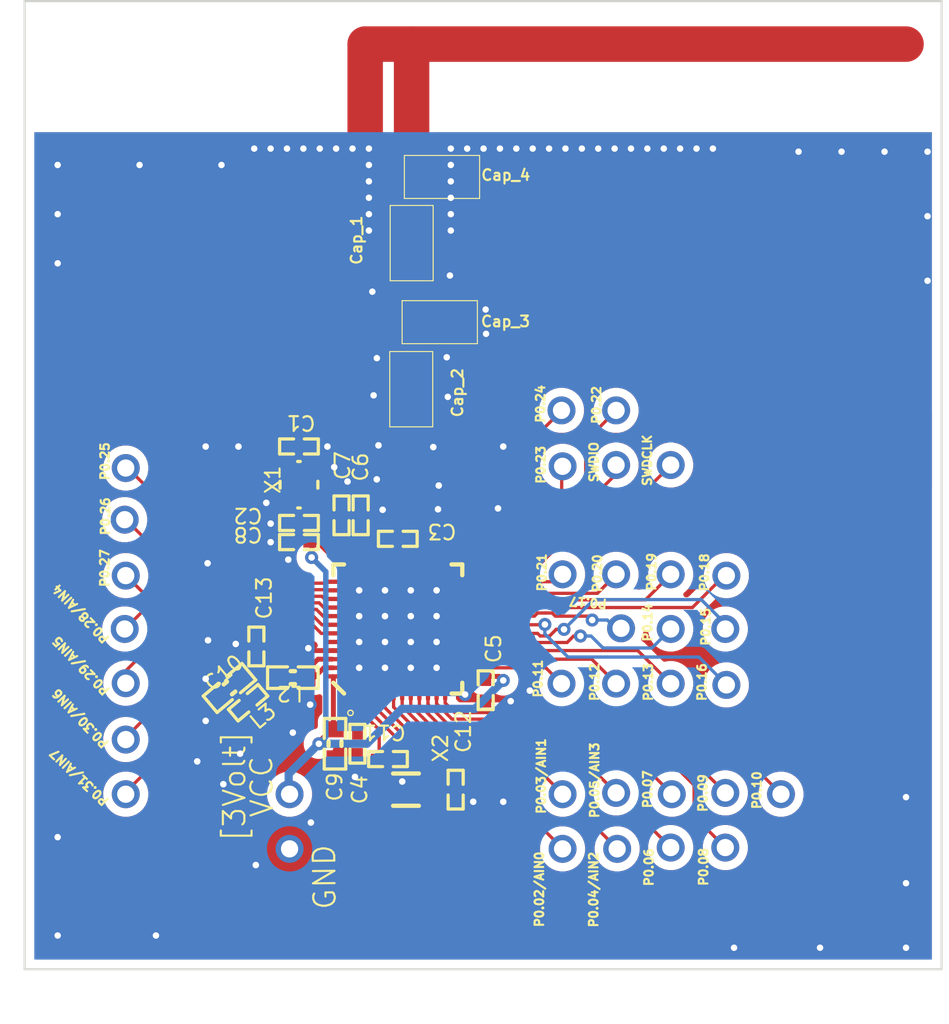
<source format=kicad_pcb>
(kicad_pcb (version 20171130) (host pcbnew 5.1.3-ffb9f22~84~ubuntu18.04.1)
  (layers (0 F.Cu signal) (31 B.Cu signal) (34 B.Paste user) (35 F.Paste user) (36 B.SilkS user) (37 F.SilkS user) (38 B.Mask user) (39 F.Mask user) (44 Edge.Cuts user))
  (net 0 "")
  (net 1 VDD_NRF)
  (net 2 P0.01/XL2)
  (net 3 P0.00/XL1)
  (net 4 DEC4)
  (net 5 DEC3)
  (net 6 GND)
  (net 7 DEC1)
  (net 8 DEC2)
  (net 9 NetL2_1)
  (net 10 NetL2_2)
  (net 11 XC1)
  (net 12 XC2)
  (net 13 "Net-(U1-Pad1)")
  (net 14 "Net-(U3-Pad1)")
  (net 15 "Net-(U4-Pad1)")
  (net 16 "Net-(U5-Pad1)")
  (net 17 "Net-(U6-Pad1)")
  (net 18 "Net-(U7-Pad1)")
  (net 19 "Net-(U15-Pad1)")
  (net 20 "Net-(U9-Pad1)")
  (net 21 "Net-(U10-Pad1)")
  (net 22 "Net-(U11-Pad1)")
  (net 23 "Net-(U12-Pad1)")
  (net 24 "Net-(U13-Pad1)")
  (net 25 "Net-(U14-Pad1)")
  (net 26 "Net-(U16-Pad1)")
  (net 27 "Net-(U17-Pad1)")
  (net 28 "Net-(U18-Pad1)")
  (net 29 "Net-(U21-Pad1)")
  (net 30 "Net-(U23-Pad1)")
  (net 31 "Net-(U24-Pad1)")
  (net 32 "Net-(U27-Pad1)")
  (net 33 "Net-(U28-Pad1)")
  (net 34 "Net-(U29-Pad1)")
  (net 35 "Net-(U30-Pad1)")
  (net 36 "Net-(U32-Pad1)")
  (net 37 "Net-(Cap_1-Pad1)")
  (net 38 "Net-(Cap_2-Pad1)")
  (net 39 "Net-(U2-Pad1)")
  (net 40 "Net-(U102-Pad1)")
  (module Capacitors_smd:1206_cap_smd (layer F.Cu) (at 140.15181 93.82919 270)
    (fp_text reference Cap_2 (at 0.16147 -2.15067 90) (layer F.SilkS) (effects (font (size 0.5 0.5) (thickness 0.1))))
    (fp_text value 1206_cap_smd)
    (pad 1 smd rect (at -1.275 0 270) (size 0.8 1.75) (layers F.Cu F.Paste F.Mask) (net 38 "Net-(Cap_2-Pad1)"))
    (pad 2 smd rect (at 1.275 0 270) (size 0.8 1.75) (layers F.Cu F.Paste F.Mask))
  )
  (module Capacitors_smd:1206_cap_smd (layer F.Cu) (at 141.58181 83.96419)
    (fp_text reference Cap_4 (at 2.96857 -0.08527) (layer F.SilkS) (effects (font (size 0.5 0.5) (thickness 0.1))))
    (fp_text value 1206_cap_smd)
    (pad 1 smd rect (at -1.275 0) (size 0.8 1.75) (layers F.Cu F.Paste F.Mask) (net 6 GND))
    (pad 2 smd rect (at 1.275 0) (size 0.8 1.75) (layers F.Cu F.Paste F.Mask) (net 6 GND))
  )
  (module Capacitors_smd:1206_cap_smd (layer F.Cu) (at 140.17181 87.03919 90)
    (fp_text reference Cap_1 (at 0.13513 -2.56325 90) (layer F.SilkS) (effects (font (size 0.5 0.5) (thickness 0.1))))
    (fp_text value 1206_cap_smd)
    (pad 1 smd rect (at -1.275 0 90) (size 0.8 1.75) (layers F.Cu F.Paste F.Mask) (net 37 "Net-(Cap_1-Pad1)"))
    (pad 2 smd rect (at 1.275 0 90) (size 0.8 1.75) (layers F.Cu F.Paste F.Mask) (net 6 GND))
  )
  (module Capacitors_smd:1206_cap_smd (layer F.Cu) (at 141.47681 90.71419)
    (fp_text reference Cap_3 (at 3.06087 -0.03315) (layer F.SilkS) (effects (font (size 0.5 0.5) (thickness 0.1))))
    (fp_text value 1206_cap_smd)
    (pad 1 smd rect (at -1.275 0) (size 0.8 1.75) (layers F.Cu F.Paste F.Mask) (net 6 GND))
    (pad 2 smd rect (at 1.275 0) (size 0.8 1.75) (layers F.Cu F.Paste F.Mask) (net 6 GND))
  )
  (module ICs:Ο (layer F.Cu) (at 147.14181 102.37419 90)
    (fp_text reference U102 hide)
    (fp_text value O)
    (pad 1 thru_hole circle (at -0.06 0.05 90) (size 1.3 1.3) (drill 0.8) (layers *.Cu *.Mask) (net 40 "Net-(U102-Pad1)"))
  )
  (module ICs:Ο (layer F.Cu) (at 134.44181 115.13419 90)
    (fp_text reference U26 hide)
    (fp_text value O)
    (pad GND thru_hole circle (at -0.06 0.05 90) (size 1.3 1.3) (drill 0.8) (layers *.Cu *.Mask) (net 6 GND))
  )
  (module ICs:Ο (layer F.Cu) (at 134.44181 112.59419 90)
    (fp_text reference U8 hide)
    (fp_text value O)
    (pad 1 thru_hole circle (at -0.06 0.05 90) (size 1.3 1.3) (drill 0.8) (layers *.Cu *.Mask))
  )
  (module QFN40P600X600X90-48N (layer F.Cu) (at 139.53019 104.97825 90)
    (fp_text reference U1 hide)
    (fp_text value "Multi-protocol Bluetooth Low Energy, IEEE 802.15.4, ANT and 2.4GHz proprietary system-on-chip" hide)
    (pad 1 smd oval (at -3.025 -2.2 180) (size 0.2 0.65) (layers F.Cu F.Paste F.Mask) (net 7 DEC1))
    (pad 2 smd oval (at -3.025 -1.8 180) (size 0.2 0.65) (layers F.Cu F.Paste F.Mask) (net 3 P0.00/XL1))
    (pad 3 smd oval (at -3.025 -1.4 180) (size 0.2 0.65) (layers F.Cu F.Paste F.Mask) (net 2 P0.01/XL2))
    (pad 4 smd oval (at -3.025 -1 180) (size 0.2 0.65) (layers F.Cu F.Paste F.Mask))
    (pad 5 smd oval (at -3.025 -0.6 180) (size 0.2 0.65) (layers F.Cu F.Paste F.Mask))
    (pad 6 smd oval (at -3.025 -0.2 180) (size 0.2 0.65) (layers F.Cu F.Paste F.Mask))
    (pad 7 smd oval (at -3.025 0.2 180) (size 0.2 0.65) (layers F.Cu F.Paste F.Mask))
    (pad 8 smd oval (at -3.025 0.6 180) (size 0.2 0.65) (layers F.Cu F.Paste F.Mask))
    (pad 9 smd oval (at -3.025 1 180) (size 0.2 0.65) (layers F.Cu F.Paste F.Mask))
    (pad 10 smd oval (at -3.025 1.4 180) (size 0.2 0.65) (layers F.Cu F.Paste F.Mask))
    (pad 11 smd oval (at -3.025 1.8 180) (size 0.2 0.65) (layers F.Cu F.Paste F.Mask))
    (pad 12 smd oval (at -3.025 2.2 180) (size 0.2 0.65) (layers F.Cu F.Paste F.Mask))
    (pad 13 smd oval (at -2.20001 3.025 90) (size 0.2 0.65) (layers F.Cu F.Paste F.Mask) (net 1 VDD_NRF))
    (pad 14 smd oval (at -1.80001 3.025 90) (size 0.2 0.65) (layers F.Cu F.Paste F.Mask))
    (pad 15 smd oval (at -1.4 3.025 90) (size 0.2 0.65) (layers F.Cu F.Paste F.Mask))
    (pad 16 smd oval (at -1.00001 3.025 90) (size 0.2 0.65) (layers F.Cu F.Paste F.Mask))
    (pad 17 smd oval (at -0.60001 3.025 90) (size 0.2 0.65) (layers F.Cu F.Paste F.Mask))
    (pad 18 smd oval (at -0.2 3.025 90) (size 0.2 0.65) (layers F.Cu F.Paste F.Mask))
    (pad 19 smd oval (at 0.2 3.025 90) (size 0.2 0.65) (layers F.Cu F.Paste F.Mask))
    (pad 20 smd oval (at 0.6 3.025 90) (size 0.2 0.65) (layers F.Cu F.Paste F.Mask))
    (pad 21 smd oval (at 1 3.025 90) (size 0.2 0.65) (layers F.Cu F.Paste F.Mask))
    (pad 22 smd oval (at 1.4 3.025 90) (size 0.2 0.65) (layers F.Cu F.Paste F.Mask))
    (pad 23 smd oval (at 1.8 3.025 90) (size 0.2 0.65) (layers F.Cu F.Paste F.Mask))
    (pad 24 smd oval (at 2.2 3.025 90) (size 0.2 0.65) (layers F.Cu F.Paste F.Mask))
    (pad 25 smd oval (at 3.025 2.2 180) (size 0.2 0.65) (layers F.Cu F.Paste F.Mask))
    (pad 26 smd oval (at 3.025 1.8 180) (size 0.2 0.65) (layers F.Cu F.Paste F.Mask))
    (pad 27 smd oval (at 3.025 1.4 180) (size 0.2 0.65) (layers F.Cu F.Paste F.Mask))
    (pad 28 smd oval (at 3.025 1 180) (size 0.2 0.65) (layers F.Cu F.Paste F.Mask))
    (pad 29 smd oval (at 3.025 0.6 180) (size 0.2 0.65) (layers F.Cu F.Paste F.Mask))
    (pad 30 smd oval (at 3.025 0.2 180) (size 0.2 0.65) (layers F.Cu F.Paste F.Mask))
    (pad 31 smd oval (at 3.025 -0.2 180) (size 0.2 0.65) (layers F.Cu F.Paste F.Mask) (net 6 GND))
    (pad 32 smd oval (at 3.025 -0.6 180) (size 0.2 0.65) (layers F.Cu F.Paste F.Mask) (net 8 DEC2))
    (pad 33 smd oval (at 3.025 -1 180) (size 0.2 0.65) (layers F.Cu F.Paste F.Mask) (net 5 DEC3))
    (pad 34 smd oval (at 3.025 -1.4 180) (size 0.2 0.65) (layers F.Cu F.Paste F.Mask) (net 11 XC1))
    (pad 35 smd oval (at 3.025 -1.8 180) (size 0.2 0.65) (layers F.Cu F.Paste F.Mask) (net 12 XC2))
    (pad 36 smd oval (at 3.025 -2.2 180) (size 0.2 0.65) (layers F.Cu F.Paste F.Mask) (net 1 VDD_NRF))
    (pad 37 smd oval (at 2.2 -3.025 90) (size 0.2 0.65) (layers F.Cu F.Paste F.Mask))
    (pad 38 smd oval (at 1.79999 -3.025 90) (size 0.2 0.65) (layers F.Cu F.Paste F.Mask))
    (pad 39 smd oval (at 1.4 -3.025 90) (size 0.2 0.65) (layers F.Cu F.Paste F.Mask))
    (pad 40 smd oval (at 1 -3.025 90) (size 0.2 0.65) (layers F.Cu F.Paste F.Mask))
    (pad 41 smd oval (at 0.59999 -3.025 90) (size 0.2 0.65) (layers F.Cu F.Paste F.Mask))
    (pad 42 smd oval (at 0.2 -3.025 90) (size 0.2 0.65) (layers F.Cu F.Paste F.Mask))
    (pad 43 smd oval (at -0.20001 -3.025 90) (size 0.2 0.65) (layers F.Cu F.Paste F.Mask))
    (pad 44 smd oval (at -0.60001 -3.025 90) (size 0.2 0.65) (layers F.Cu F.Paste F.Mask))
    (pad 45 smd oval (at -1.00001 -3.025 90) (size 0.2 0.65) (layers F.Cu F.Paste F.Mask) (net 6 GND))
    (pad 46 smd oval (at -1.40001 -3.025 90) (size 0.2 0.65) (layers F.Cu F.Paste F.Mask) (net 4 DEC4))
    (pad 47 smd oval (at -1.80001 -3.025 90) (size 0.2 0.65) (layers F.Cu F.Paste F.Mask) (net 10 NetL2_2))
    (pad 48 smd oval (at -2.20001 -3.025 90) (size 0.2 0.65) (layers F.Cu F.Paste F.Mask) (net 1 VDD_NRF))
    (pad 49 smd rect (at 0 0 90) (size 4.7 4.7) (layers F.Cu F.Paste F.Mask) (net 6 GND))
  )
  (module ICs:Ο (layer F.Cu) (at 147.14181 112.59419 90)
    (fp_text reference U33 hide)
    (fp_text value O)
    (pad 1 thru_hole circle (at -0.06 0.05 90) (size 1.3 1.3) (drill 0.8) (layers *.Cu *.Mask))
  )
  (module ICs:Ο (layer F.Cu) (at 154.76181 107.51419 90)
    (fp_text reference U31 hide)
    (fp_text value O)
    (pad 1 thru_hole circle (at -0.06 0.05 90) (size 1.3 1.3) (drill 0.8) (layers *.Cu *.Mask))
  )
  (module ICs:Ο (layer F.Cu) (at 152.17181 115.07419 90)
    (fp_text reference U25 hide)
    (fp_text value O)
    (pad 1 thru_hole circle (at -0.06 0.05 90) (size 1.3 1.3) (drill 0.8) (layers *.Cu *.Mask))
  )
  (module ICs:Ο (layer F.Cu) (at 152.17181 104.91419 90)
    (fp_text reference U20 hide)
    (fp_text value O)
    (pad 1 thru_hole circle (at -0.06 0.05 90) (size 1.3 1.3) (drill 0.8) (layers *.Cu *.Mask))
  )
  (module ICs:Ο (layer F.Cu) (at 147.14181 97.35419 90)
    (fp_text reference U19 hide)
    (fp_text value O)
    (pad 1 thru_hole circle (at -0.06 0.05 90) (size 1.3 1.3) (drill 0.8) (layers *.Cu *.Mask))
  )
  (module CAPC1005X04L (layer F.Cu) (at 142.22259 112.44585 90)
    (fp_text reference C12 hide)
    (fp_text value "" hide)
    (pad 1 smd rect (at 0.49999 0) (size 0.5 0.6) (layers F.Cu F.Paste F.Mask) (net 2 P0.01/XL2))
    (pad 2 smd rect (at -0.50001 0) (size 0.5 0.6) (layers F.Cu F.Paste F.Mask) (net 6 GND))
  )
  (module CAPC1608X06L (layer F.Cu) (at 131.70191 107.72074 90)
    (fp_text reference C10 hide)
    (fp_text value "" hide)
    (pad 2 smd rect (at 0.43389 0.51708 130) (size 0.8 0.75) (layers F.Cu F.Paste F.Mask) (net 4 DEC4))
    (pad 1 smd rect (at -0.43388 -0.51708 130) (size 0.8 0.75) (layers F.Cu F.Paste F.Mask) (net 6 GND))
  )
  (module INDC1005X04L (layer F.Cu) (at 132.56551 108.40654 90)
    (fp_text reference L3 hide)
    (fp_text value "" hide)
    (pad 2 smd rect (at 0.30533 0.36387 130) (size 0.5 0.65) (layers F.Cu F.Paste F.Mask) (net 9 NetL2_1))
    (pad 1 smd rect (at -0.30532 -0.36387 130) (size 0.5 0.65) (layers F.Cu F.Paste F.Mask) (net 4 DEC4))
  )
  (module INDC1608X06L (layer F.Cu) (at 134.64823 107.23885 90)
    (fp_text reference L2 hide)
    (fp_text value "" hide)
    (pad 1 smd rect (at 0 -0.675 90) (size 0.8 0.75) (layers F.Cu F.Paste F.Mask) (net 9 NetL2_1))
    (pad 2 smd rect (at 0 0.675 90) (size 0.8 0.75) (layers F.Cu F.Paste F.Mask) (net 10 NetL2_2))
  )
  (module CAPC1005X04L (layer F.Cu) (at 137.65059 110.31225 90)
    (fp_text reference C4 hide)
    (fp_text value "" hide)
    (pad 1 smd rect (at 0.49999 0) (size 0.5 0.6) (layers F.Cu F.Paste F.Mask) (net 7 DEC1))
    (pad 2 smd rect (at -0.50001 0) (size 0.5 0.6) (layers F.Cu F.Paste F.Mask) (net 6 GND))
  )
  (module CAPC1005X04L (layer F.Cu) (at 143.61959 107.82305 90)
    (fp_text reference C5 hide)
    (fp_text value "" hide)
    (pad 1 smd rect (at 0.49999 0) (size 0.5 0.6) (layers F.Cu F.Paste F.Mask) (net 1 VDD_NRF))
    (pad 2 smd rect (at -0.50001 0) (size 0.5 0.6) (layers F.Cu F.Paste F.Mask) (net 6 GND))
  )
  (module CAPC1005X04L (layer F.Cu) (at 136.91399 99.69505 90)
    (fp_text reference C7 hide)
    (fp_text value "" hide)
    (pad 1 smd rect (at -0.5 0 180) (size 0.5 0.6) (layers F.Cu F.Paste F.Mask) (net 5 DEC3))
    (pad 2 smd rect (at 0.5 0 180) (size 0.5 0.6) (layers F.Cu F.Paste F.Mask) (net 6 GND))
  )
  (module CAPC1005X04L (layer F.Cu) (at 134.93261 96.49482 90)
    (fp_text reference C1 hide)
    (fp_text value "" hide)
    (pad 1 smd rect (at 0 -0.5 90) (size 0.5 0.6) (layers F.Cu F.Paste F.Mask) (net 11 XC1))
    (pad 2 smd rect (at 0 0.5 90) (size 0.5 0.6) (layers F.Cu F.Paste F.Mask) (net 6 GND))
  )
  (module BT-XTAL_2016 (layer F.Cu) (at 134.93261 98.27282 90)
    (fp_text reference X1 hide)
    (fp_text value "" hide)
    (pad 3 smd rect (at -0.725 0.575 270) (size 0.95 0.85) (layers F.Cu F.Paste F.Mask) (net 12 XC2))
    (pad 2 smd rect (at -0.725 -0.575 270) (size 0.95 0.85) (layers F.Cu F.Paste F.Mask) (net 6 GND))
    (pad 1 smd rect (at 0.725 -0.575 270) (size 0.95 0.85) (layers F.Cu F.Paste F.Mask) (net 11 XC1))
    (pad 4 smd rect (at 0.725 0.575 270) (size 0.95 0.85) (layers F.Cu F.Paste F.Mask) (net 6 GND))
  )
  (module CAPC1005X04L (layer F.Cu) (at 134.93261 100.93982 90)
    (fp_text reference C8 hide)
    (fp_text value "" hide)
    (pad 1 smd rect (at 0 0.5 270) (size 0.5 0.6) (layers F.Cu F.Paste F.Mask) (net 1 VDD_NRF))
    (pad 2 smd rect (at 0 -0.5 270) (size 0.5 0.6) (layers F.Cu F.Paste F.Mask) (net 6 GND))
  )
  (module CAPC1608X06L (layer F.Cu) (at 136.60919 110.31225 90)
    (fp_text reference C9 hide)
    (fp_text value "" hide)
    (pad 2 smd rect (at -0.675 0) (size 0.8 0.75) (layers F.Cu F.Paste F.Mask) (net 6 GND))
    (pad 1 smd rect (at 0.675 0) (size 0.8 0.75) (layers F.Cu F.Paste F.Mask) (net 1 VDD_NRF))
  )
  (module CAPC1005X04L (layer F.Cu) (at 137.80299 99.69505 90)
    (fp_text reference C6 hide)
    (fp_text value "Not mounted" hide)
    (pad 1 smd rect (at 0.49999 0) (size 0.5 0.6) (layers F.Cu F.Paste F.Mask) (net 6 GND))
    (pad 2 smd rect (at -0.50001 0) (size 0.5 0.6) (layers F.Cu F.Paste F.Mask) (net 8 DEC2))
  )
  (module CAPC1005X04L (layer F.Cu) (at 134.93261 100.05082 90)
    (fp_text reference C2 hide)
    (fp_text value "" hide)
    (pad 1 smd rect (at 0 0.5 270) (size 0.5 0.6) (layers F.Cu F.Paste F.Mask) (net 12 XC2))
    (pad 2 smd rect (at 0 -0.5 270) (size 0.5 0.6) (layers F.Cu F.Paste F.Mask) (net 6 GND))
  )
  (module CAPC1005X04L (layer F.Cu) (at 139.53019 100.78725 90)
    (fp_text reference C3 hide)
    (fp_text value "" hide)
    (pad 1 smd rect (at 0 -0.5 90) (size 0.5 0.6) (layers F.Cu F.Paste F.Mask) (net 6 GND))
    (pad 2 smd rect (at 0 0.5 90) (size 0.5 0.6) (layers F.Cu F.Paste F.Mask))
  )
  (module XTAL_3215 (layer F.Cu) (at 139.91119 112.44585 90)
    (fp_text reference X2 hide)
    (fp_text value "" hide)
    (pad 2 smd rect (at 0 1.25) (size 1 1.8) (layers F.Cu F.Paste F.Mask) (net 2 P0.01/XL2))
    (pad 1 smd rect (at 0 -1.24999) (size 1 1.8) (layers F.Cu F.Paste F.Mask) (net 3 P0.00/XL1))
  )
  (module CAPC1005X04L (layer F.Cu) (at 139.07299 111.02345 90)
    (fp_text reference C11 hide)
    (fp_text value "" hide)
    (pad 1 smd rect (at 0 -0.5 90) (size 0.5 0.6) (layers F.Cu F.Paste F.Mask) (net 3 P0.00/XL1))
    (pad 2 smd rect (at 0 0.5 90) (size 0.5 0.6) (layers F.Cu F.Paste F.Mask) (net 6 GND))
  )
  (module CAPC1005X04L (layer F.Cu) (at 132.95159 105.79105 90)
    (fp_text reference C13 hide)
    (fp_text value "Not mounted" hide)
    (pad 1 smd rect (at -0.5 0 180) (size 0.5 0.6) (layers F.Cu F.Paste F.Mask) (net 4 DEC4))
    (pad 2 smd rect (at 0.5 0 180) (size 0.5 0.6) (layers F.Cu F.Paste F.Mask) (net 6 GND))
  )
  (module ICs:Ο (layer F.Cu) (at 149.68181 115.13419 90)
    (fp_text reference U32 hide)
    (fp_text value O hide)
    (pad 1 thru_hole circle (at -0.06 0.05 90) (size 1.3 1.3) (drill 0.8) (layers *.Cu *.Mask) (net 36 "Net-(U32-Pad1)"))
  )
  (module ICs:Ο (layer F.Cu) (at 152.22181 112.59419 90)
    (fp_text reference U30 hide)
    (fp_text value O)
    (pad 1 thru_hole circle (at -0.06 0.05 90) (size 1.3 1.3) (drill 0.8) (layers *.Cu *.Mask) (net 35 "Net-(U30-Pad1)"))
  )
  (module ICs:Ο (layer F.Cu) (at 147.14181 115.13419 90)
    (fp_text reference U29 hide)
    (fp_text value O hide)
    (pad 1 thru_hole circle (at -0.06 0.05 90) (size 1.3 1.3) (drill 0.8) (layers *.Cu *.Mask) (net 34 "Net-(U29-Pad1)"))
  )
  (module ICs:Ο (layer F.Cu) (at 154.71181 115.07419 90)
    (fp_text reference U28 hide)
    (fp_text value O)
    (pad 1 thru_hole circle (at -0.06 0.05 90) (size 1.3 1.3) (drill 0.8) (layers *.Cu *.Mask) (net 33 "Net-(U28-Pad1)"))
  )
  (module ICs:Ο (layer F.Cu) (at 154.71181 104.91419 90)
    (fp_text reference U27 hide)
    (fp_text value O)
    (pad 1 thru_hole circle (at -0.06 0.05 90) (size 1.3 1.3) (drill 0.8) (layers *.Cu *.Mask) (net 32 "Net-(U27-Pad1)"))
  )
  (module ICs:Ο (layer F.Cu) (at 157.30181 112.59419 90)
    (fp_text reference U24 hide)
    (fp_text value O)
    (pad 1 thru_hole circle (at -0.06 0.05 90) (size 1.3 1.3) (drill 0.8) (layers *.Cu *.Mask) (net 31 "Net-(U24-Pad1)"))
  )
  (module ICs:Ο (layer F.Cu) (at 154.76181 102.43419 90)
    (fp_text reference U23 hide)
    (fp_text value O)
    (pad 1 thru_hole circle (at -0.06 0.05 90) (size 1.3 1.3) (drill 0.8) (layers *.Cu *.Mask) (net 30 "Net-(U23-Pad1)"))
  )
  (module ICs:Ο (layer F.Cu) (at 149.63181 102.37419 90)
    (fp_text reference U102 hide)
    (fp_text value O)
    (pad 1 thru_hole circle (at -0.06 0.05 90) (size 1.3 1.3) (drill 0.8) (layers *.Cu *.Mask) (net 40 "Net-(U102-Pad1)"))
  )
  (module ICs:Ο (layer F.Cu) (at 149.63181 112.53419 90)
    (fp_text reference U21 hide)
    (fp_text value O)
    (pad 1 thru_hole circle (at -0.06 0.05 90) (size 1.3 1.3) (drill 0.8) (layers *.Cu *.Mask) (net 29 "Net-(U21-Pad1)"))
  )
  (module ICs:Ο (layer F.Cu) (at 149.86181 104.88419 90)
    (fp_text reference U18 hide)
    (fp_text value O)
    (pad 1 thru_hole circle (at -0.06 0.05 90) (size 1.3 1.3) (drill 0.8) (layers *.Cu *.Mask) (net 28 "Net-(U18-Pad1)"))
  )
  (module ICs:Ο (layer F.Cu) (at 152.17181 107.45419 90)
    (fp_text reference U17 hide)
    (fp_text value O)
    (pad 1 thru_hole circle (at -0.06 0.05 90) (size 1.3 1.3) (drill 0.8) (layers *.Cu *.Mask) (net 27 "Net-(U17-Pad1)"))
  )
  (module ICs:Ο (layer F.Cu) (at 149.63181 97.29419 90)
    (fp_text reference U16 hide)
    (fp_text value O)
    (pad 1 thru_hole circle (at -0.06 0.05 90) (size 1.3 1.3) (drill 0.8) (layers *.Cu *.Mask) (net 26 "Net-(U16-Pad1)"))
  )
  (module ICs:Ο (layer F.Cu) (at 147.09181 94.75419 90)
    (fp_text reference U15 hide)
    (fp_text value O)
    (pad 1 thru_hole circle (at -0.06 0.05 90) (size 1.3 1.3) (drill 0.8) (layers *.Cu *.Mask) (net 19 "Net-(U15-Pad1)"))
  )
  (module ICs:Ο (layer F.Cu) (at 147.09181 107.45419 90)
    (fp_text reference U14 hide)
    (fp_text value O)
    (pad 1 thru_hole circle (at -0.06 0.05 90) (size 1.3 1.3) (drill 0.8) (layers *.Cu *.Mask) (net 25 "Net-(U14-Pad1)"))
  )
  (module ICs:Ο (layer F.Cu) (at 152.17181 102.37419 90)
    (fp_text reference U13 hide)
    (fp_text value O)
    (pad 1 thru_hole circle (at -0.06 0.05 90) (size 1.3 1.3) (drill 0.8) (layers *.Cu *.Mask) (net 24 "Net-(U13-Pad1)"))
  )
  (module ICs:Ο (layer F.Cu) (at 149.63181 94.75419 90)
    (fp_text reference U12 hide)
    (fp_text value O)
    (pad 1 thru_hole circle (at -0.06 0.05 90) (size 1.3 1.3) (drill 0.8) (layers *.Cu *.Mask) (net 23 "Net-(U12-Pad1)"))
  )
  (module ICs:Ο (layer F.Cu) (at 149.63181 107.45419 90)
    (fp_text reference U11 hide)
    (fp_text value O)
    (pad 1 thru_hole circle (at -0.06 0.05 90) (size 1.3 1.3) (drill 0.8) (layers *.Cu *.Mask) (net 22 "Net-(U11-Pad1)"))
  )
  (module ICs:Ο (layer F.Cu) (at 152.17181 97.29419 90)
    (fp_text reference U10 hide)
    (fp_text value O)
    (pad 1 thru_hole circle (at -0.06 0.05 90) (size 1.3 1.3) (drill 0.8) (layers *.Cu *.Mask) (net 21 "Net-(U10-Pad1)"))
  )
  (module ICs:Ο (layer F.Cu) (at 154.71181 112.53419 90)
    (fp_text reference U9 hide)
    (fp_text value O)
    (pad 1 thru_hole circle (at -0.06 0.05 90) (size 1.3 1.3) (drill 0.8) (layers *.Cu *.Mask) (net 20 "Net-(U9-Pad1)"))
  )
  (module ICs:Ο (layer F.Cu) (at 126.82181 112.59419 90)
    (fp_text reference U7 hide)
    (fp_text value O)
    (pad 1 thru_hole circle (at -0.06 0.05 90) (size 1.3 1.3) (drill 0.8) (layers *.Cu *.Mask) (net 18 "Net-(U7-Pad1)"))
  )
  (module ICs:Ο (layer F.Cu) (at 126.77181 104.91419 90)
    (fp_text reference U6 hide)
    (fp_text value O)
    (pad 1 thru_hole circle (at -0.06 0.05 90) (size 1.3 1.3) (drill 0.8) (layers *.Cu *.Mask) (net 17 "Net-(U6-Pad1)"))
  )
  (module ICs:Ο (layer F.Cu) (at 126.82181 110.05419 90)
    (fp_text reference U5 hide)
    (fp_text value O)
    (pad 1 thru_hole circle (at -0.06 0.05 90) (size 1.3 1.3) (drill 0.8) (layers *.Cu *.Mask) (net 16 "Net-(U5-Pad1)"))
  )
  (module ICs:Ο (layer F.Cu) (at 126.82181 102.43419 90)
    (fp_text reference U4 hide)
    (fp_text value O)
    (pad 1 thru_hole circle (at -0.06 0.05 90) (size 1.3 1.3) (drill 0.8) (layers *.Cu *.Mask) (net 15 "Net-(U4-Pad1)"))
  )
  (module ICs:Ο (layer F.Cu) (at 126.77181 99.83419 90)
    (fp_text reference U3 hide)
    (fp_text value O)
    (pad 1 thru_hole circle (at -0.06 0.05 90) (size 1.3 1.3) (drill 0.8) (layers *.Cu *.Mask) (net 14 "Net-(U3-Pad1)"))
  )
  (module ICs:Ο (layer F.Cu) (at 126.82181 107.43419 90)
    (fp_text reference U2 hide)
    (fp_text value O)
    (pad 1 thru_hole circle (at -0.06 0.05 90) (size 1.3 1.3) (drill 0.8) (layers *.Cu *.Mask) (net 39 "Net-(U2-Pad1)"))
  )
  (module ICs:Ο (layer F.Cu) (at 126.82181 97.43419 90)
    (fp_text reference U1 hide)
    (fp_text value O)
    (pad 1 thru_hole circle (at -0.06 0.05 90) (size 1.3 1.3) (drill 0.8) (layers *.Cu *.Mask) (net 13 "Net-(U1-Pad1)"))
  )
  (gr_line (start 135.81932 107.73487) (end 135.81932 106.73487) (layer F.SilkS) (width 0.1524))
  (gr_line (start 133.46932 107.73487) (end 133.46932 106.73487) (layer F.SilkS) (width 0.1524))
  (gr_line (start 134.74432 107.53487) (end 134.54432 107.53487) (layer F.SilkS) (width 0.2))
  (gr_line (start 135.81932 107.73487) (end 134.89432 107.73487) (layer F.SilkS) (width 0.1524))
  (gr_line (start 134.02879 100.39675) (end 134.02879 99.69675) (layer F.SilkS) (width 0.1524))
  (gr_line (start 135.82862 96.84091) (end 135.17862 96.84091) (layer F.SilkS) (width 0.1524))
  (gr_line (start 134.67862 96.84091) (end 134.02862 96.84091) (layer F.SilkS) (width 0.1524))
  (gr_line (start 137.10528 111.48326) (end 136.10528 111.48326) (layer F.SilkS) (width 0.1524))
  (gr_line (start 132.59776 106.68715) (end 132.59776 106.03715) (layer F.SilkS) (width 0.1524))
  (gr_line (start 133.29776 105.53715) (end 133.29776 104.88715) (layer F.SilkS) (width 0.1524))
  (gr_line (start 133.29776 106.68715) (end 132.59776 106.68715) (layer F.SilkS) (width 0.1524))
  (gr_line (start 133.29776 106.68715) (end 133.29776 106.03715) (layer F.SilkS) (width 0.1524))
  (gr_line (start 134.67879 100.39675) (end 134.02879 100.39675) (layer F.SilkS) (width 0.1524))
  (gr_line (start 135.82878 100.39675) (end 135.17879 100.39675) (layer F.SilkS) (width 0.1524))
  (gr_line (start 135.82878 100.39675) (end 135.82878 99.69675) (layer F.SilkS) (width 0.1524))
  (gr_line (start 142.52628 101.97427) (end 142.02628 101.97427) (layer F.SilkS) (width 0.2))
  (gr_line (start 137.10528 109.13327) (end 136.10528 109.13327) (layer F.SilkS) (width 0.1524))
  (gr_line (start 131.81423 108.01084) (end 131.96744 107.88228) (layer F.SilkS) (width 0.2))
  (gr_line (start 132.21091 107.93907) (end 132.9195 107.34449) (layer F.SilkS) (width 0.1524))
  (gr_line (start 139.969 111.36955) (end 139.319 111.36955) (layer F.SilkS) (width 0.1524))
  (gr_line (start 138.819 111.36955) (end 138.169 111.36955) (layer F.SilkS) (width 0.1524))
  (gr_line (start 136.10528 110.05827) (end 136.10528 109.13327) (layer F.SilkS) (width 0.1524))
  (gr_line (start 137.10528 111.48326) (end 137.10528 110.55826) (layer F.SilkS) (width 0.1524))
  (gr_line (start 131.64717 108.71306) (end 132.1451 108.29524) (layer F.SilkS) (width 0.1524))
  (gr_line (start 132.52812 107.97385) (end 133.02606 107.55604) (layer F.SilkS) (width 0.1524))
  (gr_line (start 134.67879 100.58575) (end 134.02879 100.58575) (layer F.SilkS) (width 0.1524))
  (gr_line (start 135.82878 100.58575) (end 135.17879 100.58575) (layer F.SilkS) (width 0.1524))
  (gr_arc (start 137.32628 108.87426) (end 137.32628 108.74926) (angle -360) (layer F.SilkS) (width 0.0625))
  (gr_line (start 142.5686 113.34178) (end 142.5686 112.69178) (layer F.SilkS) (width 0.1524))
  (gr_line (start 142.5686 112.19178) (end 142.5686 111.54178) (layer F.SilkS) (width 0.1524))
  (gr_line (start 138.169 111.36955) (end 138.169 110.66955) (layer F.SilkS) (width 0.1524))
  (gr_line (start 139.969 111.36955) (end 139.969 110.66955) (layer F.SilkS) (width 0.1524))
  (gr_line (start 134.39432 107.73487) (end 133.46932 107.73487) (layer F.SilkS) (width 0.1524))
  (gr_line (start 134.74432 106.93487) (end 134.54432 106.93487) (layer F.SilkS) (width 0.2))
  (gr_line (start 137.9966 110.05818) (end 137.9966 109.40818) (layer F.SilkS) (width 0.1524))
  (gr_line (start 137.9966 109.40818) (end 137.2966 109.40818) (layer F.SilkS) (width 0.1524))
  (gr_line (start 137.9966 111.20818) (end 137.2966 111.20818) (layer F.SilkS) (width 0.1524))
  (gr_line (start 131.56812 107.17303) (end 132.27671 106.57845) (layer F.SilkS) (width 0.1524))
  (gr_line (start 130.47651 108.089) (end 131.1851 107.49442) (layer F.SilkS) (width 0.1524))
  (gr_line (start 140.4262 101.13335) (end 139.7762 101.13335) (layer F.SilkS) (width 0.1524))
  (gr_line (start 139.2762 101.13335) (end 138.6262 101.13335) (layer F.SilkS) (width 0.1524))
  (gr_line (start 140.4262 100.43335) (end 139.7762 100.43335) (layer F.SilkS) (width 0.1524))
  (gr_line (start 136.90528 110.40826) (end 136.90528 110.20826) (layer F.SilkS) (width 0.2))
  (gr_line (start 143.9656 107.56898) (end 143.9656 106.91898) (layer F.SilkS) (width 0.1524))
  (gr_line (start 143.9656 106.91898) (end 143.2656 106.91898) (layer F.SilkS) (width 0.1524))
  (gr_line (start 143.9656 108.71898) (end 143.2656 108.71898) (layer F.SilkS) (width 0.1524))
  (gr_line (start 133.47601 108.09227) (end 133.02606 107.55604) (layer F.SilkS) (width 0.1524))
  (gr_line (start 132.59776 105.53715) (end 132.59776 104.88715) (layer F.SilkS) (width 0.1524))
  (gr_line (start 135.8087 98.42883) (end 135.8087 98.10883) (layer F.SilkS) (width 0.1524))
  (gr_line (start 137.02628 107.97426) (end 136.52628 107.47426) (layer F.SilkS) (width 0.2))
  (gr_line (start 143.2656 107.56898) (end 143.2656 106.91898) (layer F.SilkS) (width 0.1524))
  (gr_line (start 143.9656 108.71898) (end 143.9656 108.06898) (layer F.SilkS) (width 0.1524))
  (gr_line (start 131.11929 108.85504) (end 131.82788 108.26047) (layer F.SilkS) (width 0.1524))
  (gr_line (start 131.42856 107.55121) (end 131.58177 107.42265) (layer F.SilkS) (width 0.2))
  (gr_line (start 137.449 99.44098) (end 137.449 98.79098) (layer F.SilkS) (width 0.1524))
  (gr_line (start 138.149 100.59098) (end 138.149 99.94098) (layer F.SilkS) (width 0.1524))
  (gr_line (start 138.149 99.44098) (end 138.149 98.79098) (layer F.SilkS) (width 0.1524))
  (gr_line (start 138.149 98.79098) (end 137.449 98.79098) (layer F.SilkS) (width 0.1524))
  (gr_line (start 142.52628 102.47426) (end 142.52628 101.97427) (layer F.SilkS) (width 0.2))
  (gr_line (start 137.2966 111.20818) (end 137.2966 110.55818) (layer F.SilkS) (width 0.1524))
  (gr_line (start 137.2966 110.05818) (end 137.2966 109.40818) (layer F.SilkS) (width 0.1524))
  (gr_line (start 137.9966 111.20818) (end 137.9966 110.55818) (layer F.SilkS) (width 0.1524))
  (gr_line (start 138.149 100.59098) (end 137.449 100.59098) (layer F.SilkS) (width 0.1524))
  (gr_line (start 143.2656 108.71898) (end 143.2656 108.06898) (layer F.SilkS) (width 0.1524))
  (gr_line (start 135.82862 96.14091) (end 135.17862 96.14091) (layer F.SilkS) (width 0.1524))
  (gr_line (start 134.67862 96.14091) (end 134.02862 96.14091) (layer F.SilkS) (width 0.1524))
  (gr_line (start 134.02862 96.84091) (end 134.02862 96.14091) (layer F.SilkS) (width 0.1524))
  (gr_line (start 136.56016 100.59115) (end 136.56016 99.94115) (layer F.SilkS) (width 0.1524))
  (gr_line (start 137.26016 100.59115) (end 136.56016 100.59115) (layer F.SilkS) (width 0.1524))
  (gr_line (start 137.26016 98.79115) (end 136.56016 98.79115) (layer F.SilkS) (width 0.1524))
  (gr_line (start 137.449 100.59098) (end 137.449 99.94098) (layer F.SilkS) (width 0.1524))
  (gr_line (start 142.5686 111.54178) (end 141.8686 111.54178) (layer F.SilkS) (width 0.1524))
  (gr_line (start 142.5686 113.34178) (end 141.8686 113.34178) (layer F.SilkS) (width 0.1524))
  (gr_line (start 139.969 110.66955) (end 139.319 110.66955) (layer F.SilkS) (width 0.1524))
  (gr_line (start 138.819 110.66955) (end 138.169 110.66955) (layer F.SilkS) (width 0.1524))
  (gr_line (start 137.02628 101.97427) (end 136.52628 101.97427) (layer F.SilkS) (width 0.2))
  (gr_line (start 135.81932 106.73487) (end 134.89432 106.73487) (layer F.SilkS) (width 0.1524))
  (gr_line (start 134.39432 106.73487) (end 133.46932 106.73487) (layer F.SilkS) (width 0.1524))
  (gr_line (start 136.52628 102.47426) (end 136.52628 101.97427) (layer F.SilkS) (width 0.2))
  (gr_line (start 133.29776 104.88715) (end 132.59776 104.88715) (layer F.SilkS) (width 0.1524))
  (gr_line (start 134.67879 101.28575) (end 134.02879 101.28575) (layer F.SilkS) (width 0.1524))
  (gr_line (start 135.82878 101.28575) (end 135.17879 101.28575) (layer F.SilkS) (width 0.1524))
  (gr_line (start 135.82878 101.28575) (end 135.82878 100.58575) (layer F.SilkS) (width 0.1524))
  (gr_line (start 134.02879 101.28575) (end 134.02879 100.58575) (layer F.SilkS) (width 0.1524))
  (gr_line (start 137.26016 99.44115) (end 137.26016 98.79115) (layer F.SilkS) (width 0.1524))
  (gr_line (start 137.26016 100.59115) (end 137.26016 99.94115) (layer F.SilkS) (width 0.1524))
  (gr_line (start 136.56016 99.44115) (end 136.56016 98.79115) (layer F.SilkS) (width 0.1524))
  (gr_line (start 132.09712 109.24928) (end 132.59505 108.83147) (layer F.SilkS) (width 0.1524))
  (gr_line (start 132.97808 108.51008) (end 133.47601 108.09227) (layer F.SilkS) (width 0.1524))
  (gr_line (start 135.82862 96.84091) (end 135.82862 96.14091) (layer F.SilkS) (width 0.1524))
  (gr_line (start 141.8686 113.34178) (end 141.8686 112.69178) (layer F.SilkS) (width 0.1524))
  (gr_line (start 141.8686 112.19178) (end 141.8686 111.54178) (layer F.SilkS) (width 0.1524))
  (gr_line (start 134.9887 99.34883) (end 134.8687 99.34883) (layer F.SilkS) (width 0.1524))
  (gr_line (start 134.67879 99.69675) (end 134.02879 99.69675) (layer F.SilkS) (width 0.1524))
  (gr_line (start 135.82878 99.69675) (end 135.17879 99.69675) (layer F.SilkS) (width 0.1524))
  (gr_line (start 142.52628 107.97426) (end 142.52628 107.47426) (layer F.SilkS) (width 0.2))
  (gr_line (start 136.10528 111.48326) (end 136.10528 110.55826) (layer F.SilkS) (width 0.1524))
  (gr_line (start 140.50728 111.69186) (end 139.30728 111.69186) (layer F.SilkS) (width 0.2))
  (gr_line (start 134.9887 97.18883) (end 134.8687 97.18883) (layer F.SilkS) (width 0.1524))
  (gr_line (start 132.09712 109.24928) (end 131.64717 108.71306) (layer F.SilkS) (width 0.1524))
  (gr_line (start 136.30528 110.40826) (end 136.30528 110.20826) (layer F.SilkS) (width 0.2))
  (gr_line (start 134.0487 98.42883) (end 134.0487 98.10883) (layer F.SilkS) (width 0.1524))
  (gr_line (start 142.52628 107.97426) (end 142.02628 107.97426) (layer F.SilkS) (width 0.2))
  (gr_line (start 137.10528 110.05827) (end 137.10528 109.13327) (layer F.SilkS) (width 0.1524))
  (gr_line (start 140.50728 113.19186) (end 139.30728 113.19186) (layer F.SilkS) (width 0.2))
  (gr_line (start 131.11929 108.85504) (end 130.47651 108.089) (layer F.SilkS) (width 0.1524))
  (gr_line (start 132.9195 107.34449) (end 132.27671 106.57845) (layer F.SilkS) (width 0.1524))
  (gr_line (start 139.2762 100.43335) (end 138.6262 100.43335) (layer F.SilkS) (width 0.1524))
  (gr_line (start 138.6262 101.13335) (end 138.6262 100.43335) (layer F.SilkS) (width 0.1524))
  (gr_line (start 140.4262 101.13335) (end 140.4262 100.43335) (layer F.SilkS) (width 0.1524))
  (gr_line (start 164.82181 120.7902) (end 122.1679 120.7902) (layer Edge.Cuts) (width 0.1))
  (gr_line (start 164.82181 75.7902) (end 164.82181 120.7902) (layer Edge.Cuts) (width 0.1))
  (gr_line (start 122.1679 75.7902) (end 164.82181 75.7902) (layer Edge.Cuts) (width 0.1))
  (gr_line (start 122.1679 120.7902) (end 122.1679 75.7902) (layer Edge.Cuts) (width 0.1))
  (gr_text C12 (at 142.57341 110.80139 90) (layer F.SilkS) (effects (font (size 0.6858 0.6858) (thickness 0.1)) (justify left)))
  (gr_text C10 (at 130.61479 107.69605 40) (layer F.SilkS) (effects (font (size 0.6858 0.6858) (thickness 0.1)) (justify left)))
  (gr_text L3 (at 132.74181 109.46419 40) (layer F.SilkS) (effects (font (size 0.6858 0.6858) (thickness 0.1)) (justify left)))
  (gr_text L2 (at 135.18163 107.97545 180) (layer F.SilkS) (effects (font (size 0.6858 0.6858) (thickness 0.1)) (justify left)))
  (gr_text C4 (at 137.75181 113.18419 90) (layer F.SilkS) (effects (font (size 0.6858 0.6858) (thickness 0.1)) (justify left)))
  (gr_text C5 (at 143.98307 106.62934 90) (layer F.SilkS) (effects (font (size 0.6858 0.6858) (thickness 0.1)) (justify left)))
  (gr_text C7 (at 136.96181 98.11419 90) (layer F.SilkS) (effects (font (size 0.6858 0.6858) (thickness 0.1)) (justify left)))
  (gr_text C1 (at 135.76181 95.39419 180) (layer F.SilkS) (effects (font (size 0.6858 0.6858) (thickness 0.1)) (justify left)))
  (gr_text X1 (at 133.71341 98.75542 90) (layer F.SilkS) (effects (font (size 0.6858 0.6858) (thickness 0.1)) (justify left)))
  (gr_text C8 (at 133.29501 100.59055 180) (layer F.SilkS) (effects (font (size 0.6858 0.6858) (thickness 0.1)) (justify left)))
  (gr_text C9 (at 136.59181 113.05419 90) (layer F.SilkS) (effects (font (size 0.6858 0.6858) (thickness 0.1)) (justify left)))
  (gr_text C6 (at 137.79181 98.18419 90) (layer F.SilkS) (effects (font (size 0.6858 0.6858) (thickness 0.1)) (justify left)))
  (gr_text C2 (at 133.29501 99.70155 180) (layer F.SilkS) (effects (font (size 0.6858 0.6858) (thickness 0.1)) (justify left)))
  (gr_text C3 (at 142.31941 100.43819 180) (layer F.SilkS) (effects (font (size 0.6858 0.6858) (thickness 0.1)) (justify left)))
  (gr_text X2 (at 141.51139 111.22665 90) (layer F.SilkS) (effects (font (size 0.6858 0.6858) (thickness 0.1)) (justify left)))
  (gr_text C11 (at 139.96199 109.77885 180) (layer F.SilkS) (effects (font (size 0.6858 0.6858) (thickness 0.1)) (justify left)))
  (gr_text C13 (at 133.30719 104.59725 90) (layer F.SilkS) (effects (font (size 0.6858 0.6858) (thickness 0.1)) (justify left)))
  (gr_text P0.15 (at 153.85374 105.80462 90) (layer F.SilkS) (effects (font (size 0.4 0.4) (thickness 0.1)) (justify left)))
  (gr_text P0.14 (at 151.14909 105.61143 90) (layer F.SilkS) (effects (font (size 0.4 0.4) (thickness 0.1)) (justify left)))
  (gr_text P0.17 (at 149.30643 103.79851 176.1767562) (layer F.SilkS) (effects (font (size 0.4 0.4) (thickness 0.1)) (justify left)))
  (gr_text P0.16 (at 153.67541 108.37553 90) (layer F.SilkS) (effects (font (size 0.4 0.4) (thickness 0.1)) (justify left)))
  (gr_text P0.13 (at 151.17881 108.37553 90) (layer F.SilkS) (effects (font (size 0.4 0.4) (thickness 0.1)) (justify left)))
  (gr_text P0.12 (at 148.68221 108.37553 90) (layer F.SilkS) (effects (font (size 0.4 0.4) (thickness 0.1)) (justify left)))
  (gr_text P0.11 (at 146.05186 108.21206 90) (layer F.SilkS) (effects (font (size 0.4 0.4) (thickness 0.1)) (justify left)))
  (gr_text P0.08 (at 153.74966 116.96498 90) (layer F.SilkS) (effects (font (size 0.4 0.4) (thickness 0.1)) (justify left)))
  (gr_text P0.06 (at 151.20847 116.97984 90) (layer F.SilkS) (effects (font (size 0.4 0.4) (thickness 0.1)) (justify left)))
  (gr_text P0.04/AIN2 (at 148.63756 118.89688 90) (layer F.SilkS) (effects (font (size 0.4 0.4) (thickness 0.1)) (justify left)))
  (gr_text P0.02/AIN0 (at 146.11124 118.88202 90) (layer F.SilkS) (effects (font (size 0.4 0.4) (thickness 0.1)) (justify left)))
  (gr_text P0.03/AIN1 (at 146.2004 113.62131 90) (layer F.SilkS) (effects (font (size 0.4 0.4) (thickness 0.1)) (justify left)))
  (gr_text P0.05/AIN3 (at 148.68219 113.81454 90) (layer F.SilkS) (effects (font (size 0.4 0.4) (thickness 0.1)) (justify left)))
  (gr_text P0.07 (at 151.14907 113.35386 90) (layer F.SilkS) (effects (font (size 0.4 0.4) (thickness 0.1)) (justify left)))
  (gr_text P0.09 (at 153.71998 113.53219 90) (layer F.SilkS) (effects (font (size 0.4 0.4) (thickness 0.1)) (justify left)))
  (gr_text P0.10 (at 156.23144 113.39844 90) (layer F.SilkS) (effects (font (size 0.4 0.4) (thickness 0.1)) (justify left)))
  (gr_text P0.21 (at 146.23489 103.27823 90) (layer F.SilkS) (effects (font (size 0.4 0.4) (thickness 0.1)) (justify left)))
  (gr_text P0.20 (at 148.81159 103.31686 90) (layer F.SilkS) (effects (font (size 0.4 0.4) (thickness 0.1)) (justify left)))
  (gr_text P0.19 (at 151.33318 103.25301 90) (layer F.SilkS) (effects (font (size 0.4 0.4) (thickness 0.1)) (justify left)))
  (gr_text P0.18 (at 153.79344 103.27946 90) (layer F.SilkS) (effects (font (size 0.4 0.4) (thickness 0.1)) (justify left)))
  (gr_text P0.23 (at 146.18502 98.27575 90) (layer F.SilkS) (effects (font (size 0.4 0.4) (thickness 0.1)) (justify left)))
  (gr_text SWDIO (at 148.64977 98.20533 90) (layer F.SilkS) (effects (font (size 0.4 0.4) (thickness 0.1)) (justify left)))
  (gr_text SWDCLK (at 151.13212 98.38138 90) (layer F.SilkS) (effects (font (size 0.4 0.4) (thickness 0.1)) (justify left)))
  (gr_text P0.22 (at 148.773 95.4941 90) (layer F.SilkS) (effects (font (size 0.4 0.4) (thickness 0.1)) (justify left)))
  (gr_text P0.24 (at 146.16741 95.44129 90) (layer F.SilkS) (effects (font (size 0.4 0.4) (thickness 0.1)) (justify left)))
  (gr_text P0.31/AIN7 (at 126.01575 113.10912 136.1935042) (layer F.SilkS) (effects (font (size 0.4 0.4) (thickness 0.1)) (justify left)))
  (gr_text P0.30/AIN6 (at 126.00396 110.44272 133.2327989) (layer F.SilkS) (effects (font (size 0.4 0.4) (thickness 0.1)) (justify left)))
  (gr_text P0.29/AIN5 (at 126.04769 107.98313 133.8599696) (layer F.SilkS) (effects (font (size 0.4 0.4) (thickness 0.1)) (justify left)))
  (gr_text P0.28/AIN4 (at 126.03676 105.56726 133.6507308) (layer F.SilkS) (effects (font (size 0.4 0.4) (thickness 0.1)) (justify left)))
  (gr_text P0.27 (at 125.89465 103.07487 90) (layer F.SilkS) (effects (font (size 0.4 0.4) (thickness 0.1)) (justify left)))
  (gr_text P0.26 (at 125.92744 100.66993 90) (layer F.SilkS) (effects (font (size 0.4 0.4) (thickness 0.1)) (justify left)))
  (gr_text P0.25 (at 125.90558 98.11195 90) (layer F.SilkS) (effects (font (size 0.4 0.4) (thickness 0.1)) (justify left)))
  (gr_text GND (at 136.14181 118.09419 90.68205174) (layer F.SilkS) (effects (font (size 1 1) (thickness 0.1)) (justify left)))
  (gr_text VCC (at 133.22181 113.79419 90.682) (layer F.SilkS) (effects (font (size 1 1) (thickness 0.1)) (justify left)))
  (gr_text " [3Volt]" (at 131.93181 115.69419 90) (layer F.SilkS) (effects (font (size 1 1) (thickness 0.1)) (justify left)))
  (segment (start 150.88655 98.7019) (end 152.23019 97.35825) (width 0.1524) (layer F.Cu) (net 0))
  (segment (start 150.88655 98.7019) (end 149.40335 98.7019) (width 0.1524) (layer F.Cu) (net 0))
  (segment (start 146.15199 101.95325) (end 149.40335 98.7019) (width 0.1524) (layer F.Cu) (net 0))
  (segment (start 146.15199 101.95325) (end 141.73019 101.95325) (width 0.1524) (layer F.Cu) (net 0))
  (segment (start 126.83019 112.59825) (end 128.53019 110.89826) (width 0.1524) (layer F.Cu) (net 0))
  (segment (start 128.53019 110.89826) (end 128.53019 106.40246) (width 0.1524) (layer F.Cu) (net 0))
  (segment (start 128.53019 106.40246) (end 130.25919 104.67345) (width 0.1524) (layer F.Cu) (net 0))
  (segment (start 135.46033 104.67345) (end 130.25919 104.67345) (width 0.1524) (layer F.Cu) (net 0))
  (segment (start 135.96513 105.17826) (end 135.46033 104.67345) (width 0.1524) (layer F.Cu) (net 0))
  (segment (start 136.50519 105.17826) (end 135.96513 105.17826) (width 0.1524) (layer F.Cu) (net 0))
  (segment (start 126.83019 110.05825) (end 128.13019 108.75825) (width 0.1524) (layer F.Cu) (net 0))
  (segment (start 128.13019 108.75825) (end 128.13019 106.3714) (width 0.1524) (layer F.Cu) (net 0))
  (segment (start 128.13019 106.3714) (end 130.13294 104.36865) (width 0.1524) (layer F.Cu) (net 0))
  (segment (start 135.58658 104.36865) (end 130.13294 104.36865) (width 0.1524) (layer F.Cu) (net 0))
  (segment (start 135.99618 104.77825) (end 135.58658 104.36865) (width 0.1524) (layer F.Cu) (net 0))
  (segment (start 136.50519 104.77825) (end 135.99618 104.77825) (width 0.1524) (layer F.Cu) (net 0))
  (segment (start 126.83019 104.97825) (end 128.04939 103.75905) (width 0.1524) (layer F.Cu) (net 0))
  (segment (start 135.86691 103.75905) (end 128.04939 103.75905) (width 0.1524) (layer F.Cu) (net 0))
  (segment (start 136.08611 103.97826) (end 135.86691 103.75905) (width 0.1524) (layer F.Cu) (net 0))
  (segment (start 136.50519 103.97826) (end 136.08611 103.97826) (width 0.1524) (layer F.Cu) (net 0))
  (segment (start 149.69019 112.59825) (end 147.47669 110.38475) (width 0.1524) (layer F.Cu) (net 0))
  (segment (start 147.47669 110.38475) (end 141.54608 110.38475) (width 0.1524) (layer F.Cu) (net 0))
  (segment (start 139.73019 108.56886) (end 139.73019 108.00325) (width 0.1524) (layer F.Cu) (net 0))
  (segment (start 141.54608 110.38475) (end 139.73019 108.56886) (width 0.1524) (layer F.Cu) (net 0))
  (segment (start 147.02498 110.6922) (end 141.41873 110.6922) (width 0.1524) (layer F.Cu) (net 0))
  (segment (start 148.48518 112.1524) (end 147.02498 110.6922) (width 0.1524) (layer F.Cu) (net 0))
  (segment (start 148.48518 113.93324) (end 148.48518 112.1524) (width 0.1524) (layer F.Cu) (net 0))
  (segment (start 149.69019 115.13825) (end 148.48518 113.93324) (width 0.1524) (layer F.Cu) (net 0))
  (segment (start 139.33019 108.60366) (end 139.33019 108.00325) (width 0.1524) (layer F.Cu) (net 0))
  (segment (start 141.41873 110.6922) (end 139.33019 108.60366) (width 0.1524) (layer F.Cu) (net 0))
  (segment (start 147.15019 112.59825) (end 145.54946 110.99752) (width 0.1524) (layer F.Cu) (net 0))
  (segment (start 145.54946 110.99752) (end 141.29225 110.99752) (width 0.1524) (layer F.Cu) (net 0))
  (segment (start 138.93019 108.63546) (end 138.93019 108.00325) (width 0.1524) (layer F.Cu) (net 0))
  (segment (start 141.29225 110.99752) (end 138.93019 108.63546) (width 0.1524) (layer F.Cu) (net 0))
  (segment (start 147.15019 115.13825) (end 145.00224 112.9903) (width 0.1524) (layer F.Cu) (net 0))
  (segment (start 145.00224 112.9903) (end 145.00224 111.54729) (width 0.1524) (layer F.Cu) (net 0))
  (segment (start 145.00224 111.54729) (end 144.75781 111.30285) (width 0.1524) (layer F.Cu) (net 0))
  (segment (start 144.75781 111.30285) (end 141.16579 111.30285) (width 0.1524) (layer F.Cu) (net 0))
  (segment (start 138.53019 108.66726) (end 138.53019 108.00325) (width 0.1524) (layer F.Cu) (net 0))
  (segment (start 141.16579 111.30285) (end 138.53019 108.66726) (width 0.1524) (layer F.Cu) (net 0))
  (segment (start 146.05256 101.39965) (end 149.85812 97.59409) (width 0.1524) (layer F.Cu) (net 0))
  (segment (start 149.85812 97.59409) (end 149.85812 97.52619) (width 0.1524) (layer F.Cu) (net 0))
  (segment (start 149.85812 97.52619) (end 149.69019 97.35825) (width 0.1524) (layer F.Cu) (net 0))
  (segment (start 146.05256 101.39965) (end 141.59409 101.39965) (width 0.1524) (layer F.Cu) (net 0))
  (segment (start 141.33019 101.66355) (end 141.59409 101.39965) (width 0.1524) (layer F.Cu) (net 0))
  (segment (start 141.33019 101.95325) (end 141.33019 101.66355) (width 0.1524) (layer F.Cu) (net 0))
  (segment (start 127.84619 103.45425) (end 126.83019 102.43825) (width 0.1524) (layer F.Cu) (net 0))
  (segment (start 135.99316 103.45425) (end 127.84619 103.45425) (width 0.1524) (layer F.Cu) (net 0))
  (segment (start 136.11716 103.57825) (end 135.99316 103.45425) (width 0.1524) (layer F.Cu) (net 0))
  (segment (start 136.50519 103.57825) (end 136.11716 103.57825) (width 0.1524) (layer F.Cu) (net 0))
  (segment (start 126.88174 99.89825) (end 126.83019 99.89825) (width 0.1524) (layer F.Cu) (net 0))
  (segment (start 130.13294 103.14945) (end 126.88174 99.89825) (width 0.1524) (layer F.Cu) (net 0))
  (segment (start 136.11941 103.14945) (end 130.13294 103.14945) (width 0.1524) (layer F.Cu) (net 0))
  (segment (start 136.14821 103.17826) (end 136.11941 103.14945) (width 0.1524) (layer F.Cu) (net 0))
  (segment (start 136.50519 103.17826) (end 136.14821 103.17826) (width 0.1524) (layer F.Cu) (net 0))
  (segment (start 129.53019 100.05825) (end 126.83019 97.35825) (width 0.1524) (layer F.Cu) (net 0))
  (segment (start 129.53019 102.11565) (end 129.53019 100.05825) (width 0.1524) (layer F.Cu) (net 0))
  (segment (start 130.25919 102.84465) (end 129.53019 102.11565) (width 0.1524) (layer F.Cu) (net 0))
  (segment (start 136.11286 102.84465) (end 130.25919 102.84465) (width 0.1524) (layer F.Cu) (net 0))
  (segment (start 136.11286 102.84465) (end 136.17926 102.77825) (width 0.1524) (layer F.Cu) (net 0))
  (segment (start 136.50519 102.77825) (end 136.17926 102.77825) (width 0.1524) (layer F.Cu) (net 0))
  (segment (start 147.15019 98.93305) (end 147.15019 97.35825) (width 0.1524) (layer F.Cu) (net 0))
  (segment (start 145.29599 100.78725) (end 147.15019 98.93305) (width 0.1524) (layer F.Cu) (net 0))
  (segment (start 145.29599 100.78725) (end 141.34114 100.78725) (width 0.1524) (layer F.Cu) (net 0))
  (segment (start 140.53019 101.95325) (end 140.53019 101.5982) (width 0.1524) (layer F.Cu) (net 0))
  (segment (start 140.53019 101.5982) (end 141.34114 100.78725) (width 0.1524) (layer F.Cu) (net 0))
  (segment (start 148.26838 96.24007) (end 149.69019 94.81825) (width 0.1524) (layer F.Cu) (net 0))
  (segment (start 148.26838 98.75278) (end 148.26838 96.24007) (width 0.1524) (layer F.Cu) (net 0))
  (segment (start 145.92631 101.09485) (end 148.26838 98.75278) (width 0.1524) (layer F.Cu) (net 0))
  (segment (start 145.92631 101.09485) (end 141.46459 101.09485) (width 0.1524) (layer F.Cu) (net 0))
  (segment (start 140.93019 101.95325) (end 140.93019 101.62925) (width 0.1524) (layer F.Cu) (net 0))
  (segment (start 140.93019 101.62925) (end 141.46459 101.09485) (width 0.1524) (layer F.Cu) (net 0))
  (segment (start 146.81019 102.77825) (end 147.15019 102.43825) (width 0.1524) (layer F.Cu) (net 0))
  (segment (start 146.81019 102.77825) (end 142.55519 102.77825) (width 0.1524) (layer F.Cu) (net 0))
  (segment (start 145.65052 103.31686) (end 145.65053 103.31685) (width 0.1524) (layer F.Cu) (net 0))
  (segment (start 146.78626 103.31685) (end 145.65053 103.31685) (width 0.1524) (layer F.Cu) (net 0))
  (segment (start 146.78627 103.31686) (end 146.78626 103.31685) (width 0.1524) (layer F.Cu) (net 0))
  (segment (start 148.81159 103.31686) (end 146.78627 103.31686) (width 0.1524) (layer F.Cu) (net 0))
  (segment (start 145.65052 103.31686) (end 145.01497 103.31686) (width 0.1524) (layer F.Cu) (net 0))
  (segment (start 148.81159 103.31686) (end 149.69019 102.43825) (width 0.1524) (layer F.Cu) (net 0))
  (segment (start 145.01497 103.31686) (end 144.87637 103.17825) (width 0.1524) (layer F.Cu) (net 0))
  (segment (start 144.87637 103.17825) (end 142.55519 103.17825) (width 0.1524) (layer F.Cu) (net 0))
  (segment (start 145.77677 103.62166) (end 145.77678 103.62165) (width 0.1524) (layer F.Cu) (net 0))
  (segment (start 146.66001 103.62165) (end 145.77678 103.62165) (width 0.1524) (layer F.Cu) (net 0))
  (segment (start 146.66002 103.62166) (end 146.66001 103.62165) (width 0.1524) (layer F.Cu) (net 0))
  (segment (start 151.04679 103.62166) (end 146.66002 103.62166) (width 0.1524) (layer F.Cu) (net 0))
  (segment (start 145.77677 103.62166) (end 144.80599 103.62166) (width 0.1524) (layer F.Cu) (net 0))
  (segment (start 151.04679 103.62166) (end 152.23019 102.43825) (width 0.1524) (layer F.Cu) (net 0))
  (segment (start 144.80599 103.62166) (end 144.76259 103.57825) (width 0.1524) (layer F.Cu) (net 0))
  (segment (start 144.76259 103.57825) (end 142.55519 103.57825) (width 0.1524) (layer F.Cu) (net 0))
  (segment (start 145.85123 103.97825) (end 145.90303 103.92645) (width 0.1524) (layer F.Cu) (net 0))
  (segment (start 145.85123 103.97825) (end 142.55519 103.97825) (width 0.1524) (layer F.Cu) (net 0))
  (segment (start 146.53376 103.92645) (end 145.90303 103.92645) (width 0.1524) (layer F.Cu) (net 0))
  (segment (start 146.53377 103.92646) (end 146.53376 103.92645) (width 0.1524) (layer F.Cu) (net 0))
  (segment (start 146.83263 103.92646) (end 146.53377 103.92646) (width 0.1524) (layer F.Cu) (net 0))
  (segment (start 146.88443 103.97825) (end 146.83263 103.92646) (width 0.1524) (layer F.Cu) (net 0))
  (segment (start 153.23019 103.97825) (end 146.88443 103.97825) (width 0.1524) (layer F.Cu) (net 0))
  (segment (start 153.23019 103.97825) (end 154.77019 102.43825) (width 0.1524) (layer F.Cu) (net 0))
  (segment (start 145.88228 104.37825) (end 142.55519 104.37825) (width 0.1524) (layer F.Cu) (net 0))
  (segment (start 148.56778 104.55875) (end 148.38729 104.37825) (width 0.1524) (layer F.Cu) (net 0))
  (segment (start 145.88228 104.37825) (end 146.02928 104.23125) (width 0.1524) (layer F.Cu) (net 0))
  (segment (start 148.38729 104.37825) (end 146.85338 104.37825) (width 0.1524) (layer F.Cu) (net 0))
  (segment (start 146.85338 104.37825) (end 146.70638 104.23126) (width 0.1524) (layer F.Cu) (net 0))
  (segment (start 146.70638 104.23126) (end 146.40751 104.23126) (width 0.1524) (layer F.Cu) (net 0))
  (segment (start 146.40751 104.23126) (end 146.40751 104.23125) (width 0.1524) (layer F.Cu) (net 0))
  (segment (start 146.40751 104.23125) (end 146.02928 104.23125) (width 0.1524) (layer F.Cu) (net 0))
  (segment (start 149.27069 104.55875) (end 148.56778 104.55875) (width 0.1524) (layer B.Cu) (net 0))
  (segment (start 149.69019 104.97825) (end 149.27069 104.55875) (width 0.1524) (layer B.Cu) (net 0))
  (via (at 148.56778 104.55875) (size 0.6096) (layers F.Cu B.Cu) (net 0))
  (segment (start 146.35423 104.77825) (end 146.36783 104.76465) (width 0.1524) (layer F.Cu) (net 0))
  (segment (start 146.35423 104.77825) (end 142.55519 104.77825) (width 0.1524) (layer F.Cu) (net 0))
  (segment (start 146.36783 105.20492) (end 146.36783 104.76465) (width 0.1524) (layer B.Cu) (net 0))
  (segment (start 147.44187 106.27896) (end 146.36783 105.20492) (width 0.1524) (layer B.Cu) (net 0))
  (segment (start 153.5309 106.27896) (end 147.44187 106.27896) (width 0.1524) (layer B.Cu) (net 0))
  (segment (start 154.77019 107.51825) (end 153.5309 106.27896) (width 0.1524) (layer B.Cu) (net 0))
  (via (at 146.36783 104.76465) (size 0.6096) (layers F.Cu B.Cu) (net 0))
  (segment (start 146.02928 105.18044) (end 142.55738 105.18044) (width 0.1524) (layer F.Cu) (net 0))
  (segment (start 147.25811 104.99285) (end 146.89397 104.99285) (width 0.1524) (layer F.Cu) (net 0))
  (segment (start 146.14689 105.29805) (end 146.02928 105.18044) (width 0.1524) (layer F.Cu) (net 0))
  (segment (start 146.58877 105.29805) (end 146.14689 105.29805) (width 0.1524) (layer F.Cu) (net 0))
  (segment (start 146.58877 105.29805) (end 146.89397 104.99285) (width 0.1524) (layer F.Cu) (net 0))
  (segment (start 142.55738 105.18044) (end 142.55519 105.17825) (width 0.1524) (layer F.Cu) (net 0))
  (segment (start 147.25811 104.99285) (end 148.64285 103.60811) (width 0.1524) (layer B.Cu) (net 0))
  (segment (start 154.93876 104.90497) (end 153.6419 103.60811) (width 0.1524) (layer B.Cu) (net 0))
  (segment (start 153.6419 103.60811) (end 148.64285 103.60811) (width 0.1524) (layer B.Cu) (net 0))
  (via (at 147.25811 104.99285) (size 0.6096) (layers F.Cu B.Cu) (net 0))
  (segment (start 147.40245 105.60285) (end 142.57979 105.60285) (width 0.1524) (layer F.Cu) (net 0))
  (segment (start 147.40245 105.60285) (end 147.70343 105.30188) (width 0.1524) (layer F.Cu) (net 0))
  (segment (start 142.57979 105.60285) (end 142.55519 105.57826) (width 0.1524) (layer F.Cu) (net 0))
  (segment (start 148.02331 105.30188) (end 147.70343 105.30188) (width 0.1524) (layer F.Cu) (net 0))
  (segment (start 148.51594 105.30188) (end 148.02331 105.30188) (width 0.1524) (layer B.Cu) (net 0))
  (segment (start 149.07092 105.85686) (end 148.51594 105.30188) (width 0.1524) (layer B.Cu) (net 0))
  (segment (start 151.35159 105.85686) (end 149.07092 105.85686) (width 0.1524) (layer B.Cu) (net 0))
  (segment (start 151.35159 105.85686) (end 152.23019 104.97825) (width 0.1524) (layer B.Cu) (net 0))
  (via (at 148.02331 105.30188) (size 0.6096) (layers F.Cu B.Cu) (net 0))
  (segment (start 150.69019 105.97826) (end 142.55519 105.97826) (width 0.1524) (layer F.Cu) (net 0))
  (segment (start 152.23019 107.51825) (end 150.69019 105.97826) (width 0.1524) (layer F.Cu) (net 0))
  (segment (start 148.55019 106.37825) (end 142.55519 106.37825) (width 0.1524) (layer F.Cu) (net 0))
  (segment (start 149.69019 107.51825) (end 148.55019 106.37825) (width 0.1524) (layer F.Cu) (net 0))
  (segment (start 147.15019 107.51825) (end 146.41019 106.77826) (width 0.1524) (layer F.Cu) (net 0))
  (segment (start 146.41019 106.77826) (end 142.55519 106.77826) (width 0.1524) (layer F.Cu) (net 0))
  (segment (start 153.57269 108.86075) (end 142.17734 108.86075) (width 0.1524) (layer F.Cu) (net 0))
  (segment (start 157.31019 112.59825) (end 153.57269 108.86075) (width 0.1524) (layer F.Cu) (net 0))
  (segment (start 142.17734 108.86075) (end 141.73019 108.41361) (width 0.1524) (layer F.Cu) (net 0))
  (segment (start 141.73019 108.41361) (end 141.73019 108.00325) (width 0.1524) (layer F.Cu) (net 0))
  (segment (start 154.77019 112.59825) (end 151.33749 109.16555) (width 0.1524) (layer F.Cu) (net 0))
  (segment (start 151.33749 109.16555) (end 142.05108 109.16555) (width 0.1524) (layer F.Cu) (net 0))
  (segment (start 141.33019 108.44466) (end 141.33019 108.00325) (width 0.1524) (layer F.Cu) (net 0))
  (segment (start 142.05108 109.16555) (end 141.33019 108.44466) (width 0.1524) (layer F.Cu) (net 0))
  (segment (start 150.54508 109.47035) (end 141.92483 109.47035) (width 0.1524) (layer F.Cu) (net 0))
  (segment (start 153.31032 112.23559) (end 150.54508 109.47035) (width 0.1524) (layer F.Cu) (net 0))
  (segment (start 153.31032 113.67838) (end 153.31032 112.23559) (width 0.1524) (layer F.Cu) (net 0))
  (segment (start 154.77019 115.13825) (end 153.31032 113.67838) (width 0.1524) (layer F.Cu) (net 0))
  (segment (start 140.93019 108.47571) (end 140.93019 108.00325) (width 0.1524) (layer F.Cu) (net 0))
  (segment (start 141.92483 109.47035) (end 140.93019 108.47571) (width 0.1524) (layer F.Cu) (net 0))
  (segment (start 152.23019 112.59825) (end 149.40709 109.77515) (width 0.1524) (layer F.Cu) (net 0))
  (segment (start 149.40709 109.77515) (end 141.79858 109.77515) (width 0.1524) (layer F.Cu) (net 0))
  (segment (start 140.53019 108.50676) (end 140.53019 108.00325) (width 0.1524) (layer F.Cu) (net 0))
  (segment (start 141.79858 109.77515) (end 140.53019 108.50676) (width 0.1524) (layer F.Cu) (net 0))
  (segment (start 148.84609 110.07995) (end 141.67233 110.07995) (width 0.1524) (layer F.Cu) (net 0))
  (segment (start 151.00867 112.24252) (end 148.84609 110.07995) (width 0.1524) (layer F.Cu) (net 0))
  (segment (start 151.00867 113.91673) (end 151.00867 112.24252) (width 0.1524) (layer F.Cu) (net 0))
  (segment (start 152.23019 115.13825) (end 151.00867 113.91673) (width 0.1524) (layer F.Cu) (net 0))
  (segment (start 140.13019 108.53782) (end 140.13019 108.00325) (width 0.1524) (layer F.Cu) (net 0))
  (segment (start 141.67233 110.07995) (end 140.13019 108.53782) (width 0.1524) (layer F.Cu) (net 0))
  (segment (start 140.03179 95.22421) (end 140.15181 95.10419) (width 0.762) (layer F.Cu) (net 0))
  (segment (start 140.03179 98.88185) (end 140.03179 95.22421) (width 0.762) (layer F.Cu) (net 0))
  (segment (start 139.73019 101.47827) (end 140.03998 101.16848) (width 0.2286) (layer F.Cu) (net 0))
  (segment (start 139.73019 101.95325) (end 139.73019 101.47827) (width 0.2286) (layer F.Cu) (net 0))
  (segment (start 140.03998 101.16848) (end 140.03998 100.77925) (width 0.2286) (layer F.Cu) (net 0))
  (segment (start 140.03499 98.88505) (end 140.03179 98.88185) (width 0.508) (layer F.Cu) (net 0))
  (segment (start 140.03499 100.78726) (end 140.03499 98.88505) (width 0.762) (layer F.Cu) (net 0))
  (segment (start 137.30287 101.95574) (end 136.84212 101.95574) (width 0.254) (layer F.Cu) (net 0))
  (segment (start 136.53019 109.54826) (end 136.53019 107.18805) (width 0.2286) (layer F.Cu) (net 0))
  (segment (start 135.51681 101.65102) (end 135.53421 101.63362) (width 0.254) (layer F.Cu) (net 0))
  (segment (start 144.43239 107.43948) (end 144.43239 107.36585) (width 0.381) (layer F.Cu) (net 0))
  (segment (start 144.43239 107.36585) (end 144.24479 107.17826) (width 0.2286) (layer F.Cu) (net 0))
  (segment (start 136.84212 101.95574) (end 135.8262 100.93982) (width 0.254) (layer F.Cu) (net 0))
  (segment (start 135.8262 100.93982) (end 135.53421 100.93982) (width 0.254) (layer F.Cu) (net 0))
  (segment (start 135.53421 100.93982) (end 135.43261 100.93982) (width 0.254) (layer F.Cu) (net 0))
  (segment (start 135.85319 110.22526) (end 136.44519 109.63326) (width 0.2286) (layer F.Cu) (net 0))
  (segment (start 135.85319 110.30826) (end 135.85319 110.22526) (width 0.2286) (layer F.Cu) (net 0))
  (segment (start 136.61519 109.63326) (end 136.44519 109.63326) (width 0.381) (layer F.Cu) (net 0))
  (segment (start 136.44519 109.63326) (end 136.53019 109.54826) (width 0.2286) (layer F.Cu) (net 0))
  (segment (start 135.53421 101.63362) (end 135.53421 100.93982) (width 0.254) (layer F.Cu) (net 0))
  (segment (start 136.17739 109.98407) (end 136.17739 102.3116) (width 0.254) (layer B.Cu) (net 0))
  (segment (start 143.11288 108.68537) (end 144.43239 107.36585) (width 0.381) (layer B.Cu) (net 0))
  (segment (start 138.0911 110.30826) (end 139.71399 108.68537) (width 0.381) (layer B.Cu) (net 0))
  (segment (start 143.11288 108.68537) (end 139.71399 108.68537) (width 0.381) (layer B.Cu) (net 0))
  (segment (start 136.17739 102.3116) (end 135.51681 101.65102) (width 0.254) (layer B.Cu) (net 0))
  (segment (start 135.85319 110.30826) (end 136.17739 109.98407) (width 0.254) (layer B.Cu) (net 0))
  (segment (start 138.0911 110.30826) (end 135.85319 110.30826) (width 0.381) (layer B.Cu) (net 0))
  (segment (start 134.45019 111.71127) (end 135.85319 110.30826) (width 0.381) (layer B.Cu) (net 0))
  (segment (start 134.45019 112.59825) (end 134.45019 111.71127) (width 0.381) (layer B.Cu) (net 0))
  (via (at 135.51681 101.65102) (size 0.6096) (layers F.Cu B.Cu) (net 0))
  (via (at 144.43239 107.36585) (size 0.6096) (layers F.Cu B.Cu) (net 0))
  (via (at 135.85319 110.30826) (size 0.6096) (layers F.Cu B.Cu) (net 0))
  (segment (start 144.43238 107.36585) (end 144.24479 107.17826) (width 0.1524) (layer F.Cu) (net 0))
  (segment (start 144.43239 107.36585) (end 144.43238 107.36585) (width 0.1524) (layer F.Cu) (net 0))
  (segment (start 144.2448 107.17826) (end 144.43239 107.36585) (width 0.1524) (layer F.Cu) (net 0))
  (segment (start 144.00774 107.17826) (end 144.2448 107.17826) (width 0.1524) (layer F.Cu) (net 0))
  (segment (start 144.24479 107.17826) (end 144.00774 107.17826) (width 0.2286) (layer F.Cu) (net 0))
  (segment (start 143.47479 107.17826) (end 143.16774 107.17826) (width 0.1524) (layer F.Cu) (net 0))
  (segment (start 143.61959 107.32306) (end 143.47479 107.17826) (width 0.1524) (layer F.Cu) (net 0))
  (segment (start 144.00774 107.17826) (end 143.16774 107.17826) (width 0.2286) (layer F.Cu) (net 0))
  (segment (start 143.16774 107.17826) (end 142.55519 107.17826) (width 0.2286) (layer F.Cu) (net 0))
  (segment (start 141.1612 112.44585) (end 141.66119 111.94586) (width 0.1524) (layer F.Cu) (net 2))
  (segment (start 142.22259 111.94586) (end 141.66119 111.94586) (width 0.1524) (layer F.Cu) (net 2))
  (segment (start 141.1612 112.44585) (end 141.1612 111.73006) (width 0.1524) (layer F.Cu) (net 2))
  (segment (start 138.13019 108.69906) (end 138.13019 108.00325) (width 0.1524) (layer F.Cu) (net 2))
  (segment (start 141.1612 111.73006) (end 138.13019 108.69906) (width 0.1524) (layer F.Cu) (net 2))
  (segment (start 138.6612 109.66112) (end 137.73019 108.73011) (width 0.1524) (layer F.Cu) (net 3))
  (segment (start 137.73019 108.73011) (end 137.73019 108.00325) (width 0.1524) (layer F.Cu) (net 3))
  (segment (start 138.6612 110.93524) (end 138.6612 110.3548) (width 0.1524) (layer F.Cu) (net 3))
  (segment (start 138.57299 111.02345) (end 138.6612 110.93524) (width 0.1524) (layer F.Cu) (net 3))
  (segment (start 138.6612 112.44585) (end 138.6612 110.3548) (width 0.1524) (layer F.Cu) (net 3))
  (segment (start 138.6612 110.3548) (end 138.6612 109.66112) (width 0.1524) (layer F.Cu) (net 3))
  (segment (start 138.57299 111.02345) (end 138.6612 111.11166) (width 0.1524) (layer F.Cu) (net 3))
  (segment (start 138.6612 111.31358) (end 138.6612 112.44585) (width 0.1524) (layer F.Cu) (net 3))
  (segment (start 138.6612 111.11166) (end 138.6612 111.31358) (width 0.1524) (layer F.Cu) (net 3))
  (segment (start 138.6612 112.44585) (end 138.6612 111.11166) (width 0.1524) (layer F.Cu) (net 3))
  (segment (start 132.20163 107.25221) (end 132.90079 106.55305) (width 0.2286) (layer F.Cu) (net 4))
  (segment (start 136.47463 106.37826) (end 135.81362 106.37826) (width 0.2286) (layer F.Cu) (net 4))
  (segment (start 135.63883 106.55305) (end 135.81362 106.37826) (width 0.2286) (layer F.Cu) (net 4))
  (segment (start 135.63883 106.55305) (end 132.90079 106.55305) (width 0.2286) (layer F.Cu) (net 4))
  (segment (start 132.20163 108.71186) (end 132.20163 107.25221) (width 0.2286) (layer F.Cu) (net 4))
  (segment (start 137.71924 100.78726) (end 137.46796 100.78725) (width 0.1524) (layer F.Cu) (net 5))
  (segment (start 138.53019 101.5982) (end 137.71924 100.78726) (width 0.1524) (layer F.Cu) (net 5))
  (segment (start 138.53019 101.95325) (end 138.53019 101.5982) (width 0.1524) (layer F.Cu) (net 5))
  (segment (start 137.46796 100.78725) (end 136.98384 100.30313) (width 0.1524) (layer F.Cu) (net 5))
  (via (at 138.342 89.29619) (size 0.4) (drill 0.3) (layers F.Cu B.Cu) (net 6))
  (via (at 141.952 88.54619) (size 0.4) (drill 0.3) (layers F.Cu B.Cu) (net 6))
  (via (at 141.802 92.34619) (size 0.4) (drill 0.3) (layers F.Cu B.Cu) (net 6))
  (via (at 138.552 92.38619) (size 0.4) (drill 0.3) (layers F.Cu B.Cu) (net 6))
  (via (at 138.402 94.11619) (size 0.4) (drill 0.3) (layers F.Cu B.Cu) (net 6))
  (via (at 141.852 94.18619) (size 0.4) (drill 0.3) (layers F.Cu B.Cu) (net 6))
  (via (at 143.612 90.12619) (size 0.4) (drill 0.3) (layers F.Cu B.Cu) (net 6))
  (via (at 143.632 91.25619) (size 0.4) (drill 0.3) (layers F.Cu B.Cu) (net 6))
  (via (at 163.1679 119.7902) (size 0.4) (drill 0.3) (layers F.Cu B.Cu) (net 6))
  (via (at 163.1679 112.7902) (size 0.4) (drill 0.3) (layers F.Cu B.Cu) (net 6))
  (via (at 162.1679 82.7902) (size 0.4) (drill 0.3) (layers F.Cu B.Cu) (net 6))
  (via (at 160.1679 82.7902) (size 0.4) (drill 0.3) (layers F.Cu B.Cu) (net 6))
  (via (at 158.1679 82.7902) (size 0.4) (drill 0.3) (layers F.Cu B.Cu) (net 6))
  (via (at 164.1679 88.7902) (size 0.4) (drill 0.3) (layers F.Cu B.Cu) (net 6))
  (via (at 142.754 82.64619) (size 0.4) (drill 0.3) (layers F.Cu B.Cu) (net 6))
  (via (at 141.992 82.64619) (size 0.4) (drill 0.3) (layers F.Cu B.Cu) (net 6))
  (via (at 141.992 83.40819) (size 0.4) (drill 0.3) (layers F.Cu B.Cu) (net 6))
  (via (at 141.992 84.17019) (size 0.4) (drill 0.3) (layers F.Cu B.Cu) (net 6))
  (via (at 141.992 84.93219) (size 0.4) (drill 0.3) (layers F.Cu B.Cu) (net 6))
  (via (at 141.992 85.69419) (size 0.4) (drill 0.3) (layers F.Cu B.Cu) (net 6))
  (via (at 141.992 86.45619) (size 0.4) (drill 0.3) (layers F.Cu B.Cu) (net 6))
  (via (at 141.43118 98.30703) (size 0.6096) (layers F.Cu B.Cu) (net 6))
  (via (at 142.6579 108.0202) (size 0.6096) (layers F.Cu B.Cu) (net 6))
  (via (at 141.3979 99.4102) (size 0.6096) (layers F.Cu B.Cu) (net 6))
  (via (at 145.802 82.64619) (size 0.4) (drill 0.3) (layers F.Cu B.Cu) (net 6))
  (via (at 138.182 85.69419) (size 0.4) (drill 0.3) (layers F.Cu B.Cu) (net 6))
  (via (at 138.182 86.45619) (size 0.4) (drill 0.3) (layers F.Cu B.Cu) (net 6))
  (via (at 137.42 82.64619) (size 0.4) (drill 0.3) (layers F.Cu B.Cu) (net 6))
  (via (at 136.658 82.64619) (size 0.4) (drill 0.3) (layers F.Cu B.Cu) (net 6))
  (via (at 135.896 82.64619) (size 0.4) (drill 0.3) (layers F.Cu B.Cu) (net 6))
  (via (at 135.134 82.64619) (size 0.4) (drill 0.3) (layers F.Cu B.Cu) (net 6))
  (via (at 133.61 82.64619) (size 0.4) (drill 0.3) (layers F.Cu B.Cu) (net 6))
  (via (at 132.848 82.64619) (size 0.4) (drill 0.3) (layers F.Cu B.Cu) (net 6))
  (via (at 147.326 82.64619) (size 0.4) (drill 0.3) (layers F.Cu B.Cu) (net 6))
  (via (at 148.088 82.64619) (size 0.4) (drill 0.3) (layers F.Cu B.Cu) (net 6))
  (via (at 148.85 82.64619) (size 0.4) (drill 0.3) (layers F.Cu B.Cu) (net 6))
  (via (at 149.612 82.64619) (size 0.4) (drill 0.3) (layers F.Cu B.Cu) (net 6))
  (via (at 150.374 82.64619) (size 0.4) (drill 0.3) (layers F.Cu B.Cu) (net 6))
  (via (at 143.516 82.64619) (size 0.4) (drill 0.3) (layers F.Cu B.Cu) (net 6))
  (via (at 134.372 82.64619) (size 0.4) (drill 0.3) (layers F.Cu B.Cu) (net 6))
  (via (at 145.04 82.64619) (size 0.4) (drill 0.3) (layers F.Cu B.Cu) (net 6))
  (via (at 151.136 82.64619) (size 0.4) (drill 0.3) (layers F.Cu B.Cu) (net 6))
  (via (at 138.182 82.64619) (size 0.4) (drill 0.3) (layers F.Cu B.Cu) (net 6))
  (via (at 138.182 83.40819) (size 0.4) (drill 0.3) (layers F.Cu B.Cu) (net 6))
  (via (at 138.182 84.17019) (size 0.4) (drill 0.3) (layers F.Cu B.Cu) (net 6))
  (via (at 138.182 84.93219) (size 0.4) (drill 0.3) (layers F.Cu B.Cu) (net 6))
  (via (at 146.564 82.64619) (size 0.4) (drill 0.3) (layers F.Cu B.Cu) (net 6))
  (via (at 144.278 82.64619) (size 0.4) (drill 0.3) (layers F.Cu B.Cu) (net 6))
  (via (at 123.704 83.40819) (size 0.4) (drill 0.3) (layers F.Cu B.Cu) (net 6))
  (via (at 123.704 85.69419) (size 0.4) (drill 0.3) (layers F.Cu B.Cu) (net 6))
  (via (at 123.704 87.98019) (size 0.4) (drill 0.3) (layers F.Cu B.Cu) (net 6))
  (via (at 127.514 83.40819) (size 0.4) (drill 0.3) (layers F.Cu B.Cu) (net 6))
  (via (at 131.324 83.40819) (size 0.4) (drill 0.3) (layers F.Cu B.Cu) (net 6))
  (via (at 164.1679 82.7902) (size 0.4) (drill 0.3) (layers F.Cu B.Cu) (net 6))
  (via (at 164.1679 85.7902) (size 0.4) (drill 0.3) (layers F.Cu B.Cu) (net 6))
  (via (at 159.1679 119.7902) (size 0.4) (drill 0.3) (layers F.Cu B.Cu) (net 6))
  (via (at 155.1679 119.7902) (size 0.4) (drill 0.3) (layers F.Cu B.Cu) (net 6))
  (via (at 163.1679 116.7902) (size 0.4) (drill 0.3) (layers F.Cu B.Cu) (net 6))
  (via (at 123.704 119.22219) (size 0.4) (drill 0.3) (layers F.Cu B.Cu) (net 6))
  (via (at 123.704 114.65019) (size 0.4) (drill 0.3) (layers F.Cu B.Cu) (net 6))
  (via (at 128.276 119.22219) (size 0.4) (drill 0.3) (layers F.Cu B.Cu) (net 6))
  (via (at 151.898 82.64619) (size 0.4) (drill 0.3) (layers F.Cu B.Cu) (net 6))
  (via (at 152.66 82.64619) (size 0.4) (drill 0.3) (layers F.Cu B.Cu) (net 6))
  (via (at 153.422 82.64619) (size 0.4) (drill 0.3) (layers F.Cu B.Cu) (net 6))
  (via (at 154.184 82.64619) (size 0.4) (drill 0.3) (layers F.Cu B.Cu) (net 6))
  (via (at 143.03539 113.00465) (size 0.6096) (drill 0.305) (layers F.Cu B.Cu) (net 6))
  (segment (start 134.49181 115.19419) (end 134.49181 114.72419) (width 0.1524) (layer F.Cu) (net 6))
  (segment (start 136.50519 105.97826) (end 135.3899 105.97826) (width 0.2286) (layer F.Cu) (net 6))
  (segment (start 139.32699 104.36065) (end 139.32699 101.47902) (width 0.2286) (layer F.Cu) (net 6))
  (segment (start 139.03998 101.19201) (end 139.03998 100.77925) (width 0.2286) (layer F.Cu) (net 6))
  (segment (start 139.32699 101.47902) (end 139.03998 101.19201) (width 0.2286) (layer F.Cu) (net 6))
  (segment (start 137.33019 105.97826) (end 136.50519 105.97826) (width 0.2286) (layer F.Cu) (net 6))
  (via (at 145.6679 107.8402) (size 0.6096) (layers F.Cu B.Cu) (net 6))
  (via (at 130.58939 107.28965) (size 0.6096) (layers F.Cu B.Cu) (net 6))
  (via (at 134.43261 101.75262) (size 0.6096) (layers F.Cu B.Cu) (net 6))
  (via (at 135.3645 105.86734) (size 0.6096) (layers F.Cu B.Cu) (net 6))
  (via (at 130.58933 96.49474) (size 0.6096) (layers F.Cu B.Cu) (net 6))
  (via (at 130.6779 101.9202) (size 0.6096) (layers F.Cu B.Cu) (net 6))
  (via (at 135.45006 108.48958) (size 0.6096) (layers F.Cu B.Cu) (net 6))
  (via (at 131.41156 112.18867) (size 0.6096) (layers F.Cu B.Cu) (net 6))
  (via (at 130.58939 109.24545) (size 0.6096) (layers F.Cu B.Cu) (net 6))
  (via (at 130.6979 105.5002) (size 0.6096) (layers F.Cu B.Cu) (net 6))
  (via (at 139.73339 112.06485) (size 0.6096) (layers F.Cu B.Cu) (net 6))
  (via (at 144.43239 113.00465) (size 0.6096) (layers F.Cu B.Cu) (net 6))
  (via (at 144.43239 96.49465) (size 0.6096) (layers F.Cu B.Cu) (net 6))
  (via (at 144.1879 99.3702) (size 0.6096) (layers F.Cu B.Cu) (net 6))
  (via (at 141.1779 96.5202) (size 0.6096) (layers F.Cu B.Cu) (net 6))
  (via (at 138.6279 96.4402) (size 0.6096) (layers F.Cu B.Cu) (net 6))
  (via (at 136.25349 96.49476) (size 0.6096) (layers F.Cu B.Cu) (net 6))
  (via (at 133.40861 99.11102) (size 0.6096) (layers F.Cu B.Cu) (net 6))
  (via (at 132.11333 96.49474) (size 0.6096) (layers F.Cu B.Cu) (net 6))
  (via (at 133.6119 100.07614) (size 0.6096) (layers F.Cu B.Cu) (net 6))
  (via (at 133.6119 100.93974) (size 0.6096) (layers F.Cu B.Cu) (net 6))
  (via (at 131.9879 105.6702) (size 0.6096) (layers F.Cu B.Cu) (net 6))
  (via (at 135.48304 113.96996) (size 0.6096) (layers F.Cu B.Cu) (net 6))
  (via (at 134.64263 109.79188) (size 0.6096) (layers F.Cu B.Cu) (net 6))
  (via (at 130.19735 111.12947) (size 0.6096) (layers F.Cu B.Cu) (net 6))
  (via (at 132.92135 115.9471) (size 0.6096) (drill 0.305) (layers F.Cu B.Cu) (net 6))
  (via (at 144.7779 108.3302) (size 0.6096) (layers F.Cu B.Cu) (net 6))
  (via (at 137.53373 111.8495) (size 0.6096) (layers F.Cu B.Cu) (net 6))
  (via (at 132.18959 110.76945) (size 0.6096) (layers F.Cu B.Cu) (net 6))
  (via (at 136.5679 97.4502) (size 0.6096) (layers F.Cu B.Cu) (net 6))
  (via (at 137.73019 106.77825) (size 0.66) (layers F.Cu B.Cu) (net 6))
  (via (at 137.73019 105.57826) (size 0.66) (layers F.Cu B.Cu) (net 6))
  (via (at 137.73019 104.37826) (size 0.66) (layers F.Cu B.Cu) (net 6))
  (via (at 137.73019 103.17826) (size 0.66) (layers F.Cu B.Cu) (net 6))
  (via (at 138.93019 106.77825) (size 0.66) (layers F.Cu B.Cu) (net 6))
  (via (at 138.93019 105.57826) (size 0.66) (layers F.Cu B.Cu) (net 6))
  (via (at 138.93019 104.37826) (size 0.66) (layers F.Cu B.Cu) (net 6))
  (via (at 138.93019 103.17826) (size 0.66) (layers F.Cu B.Cu) (net 6))
  (via (at 140.13019 106.77825) (size 0.66) (layers F.Cu B.Cu) (net 6))
  (via (at 140.13019 105.57826) (size 0.66) (layers F.Cu B.Cu) (net 6))
  (via (at 140.13019 104.37826) (size 0.66) (layers F.Cu B.Cu) (net 6))
  (via (at 140.13019 103.17826) (size 0.66) (layers F.Cu B.Cu) (net 6))
  (via (at 141.33019 106.77825) (size 0.66) (layers F.Cu B.Cu) (net 6))
  (via (at 141.33019 105.57826) (size 0.66) (layers F.Cu B.Cu) (net 6))
  (via (at 141.33019 104.37826) (size 0.66) (layers F.Cu B.Cu) (net 6))
  (via (at 141.33019 103.17826) (size 0.66) (layers F.Cu B.Cu) (net 6))
  (via (at 137.1879 98.1202) (size 0.6096) (layers F.Cu B.Cu) (net 6))
  (via (at 138.5479 98.0202) (size 0.6096) (layers F.Cu B.Cu) (net 6))
  (segment (start 132.92135 113.69846) (end 131.41156 112.18867) (width 0.1524) (layer F.Cu) (net 6))
  (segment (start 132.92135 115.9471) (end 132.92135 113.69846) (width 0.1524) (layer F.Cu) (net 6))
  (segment (start 131.25655 112.18867) (end 130.19735 111.12947) (width 0.1524) (layer F.Cu) (net 6))
  (segment (start 131.41156 112.18867) (end 131.25655 112.18867) (width 0.1524) (layer F.Cu) (net 6))
  (via (at 138.82181 99.43419) (size 0.6096) (layers F.Cu B.Cu) (net 6))
  (segment (start 140.1679 85.76028) (end 140.1679 77.7902) (width 1.651) (layer F.Cu) (net 6))
  (segment (start 138.0089 77.7902) (end 163.1679 77.7902) (width 1.651) (layer F.Cu) (net 6))
  (segment (start 138.0089 81.8542) (end 138.0089 77.7902) (width 1.651) (layer F.Cu) (net 6))
  (segment (start 142.6579 108.0202) (end 142.89288 108.0202) (width 0.1524) (layer F.Cu) (net 6))
  (segment (start 142.89288 108.0202) (end 143.08734 108.21466) (width 0.1524) (layer F.Cu) (net 6))
  (segment (start 143.08734 108.21466) (end 143.33372 108.21466) (width 0.1524) (layer F.Cu) (net 6))
  (segment (start 143.44212 108.32306) (end 143.61959 108.32306) (width 0.1524) (layer F.Cu) (net 6))
  (segment (start 143.33372 108.21466) (end 143.44212 108.32306) (width 0.1524) (layer F.Cu) (net 6))
  (segment (start 137.63119 109.80827) (end 137.33019 109.50726) (width 0.2032) (layer F.Cu) (net 7))
  (segment (start 137.33019 109.50726) (end 137.33019 108.00325) (width 0.2032) (layer F.Cu) (net 7))
  (segment (start 137.63519 109.81226) (end 137.33019 109.50726) (width 0.1524) (layer F.Cu) (net 7))
  (segment (start 137.65059 109.81226) (end 137.63519 109.81226) (width 0.1524) (layer F.Cu) (net 7))
  (segment (start 138.93019 101.56715) (end 137.80299 100.43996) (width 0.1524) (layer F.Cu) (net 8))
  (segment (start 138.93019 101.95325) (end 138.93019 101.56715) (width 0.1524) (layer F.Cu) (net 8))
  (segment (start 137.80299 100.43996) (end 137.80299 100.19506) (width 0.1524) (layer F.Cu) (net 8))
  (segment (start 137.80299 100.19506) (end 137.80299 100.17765) (width 0.1524) (layer F.Cu) (net 8))
  (segment (start 132.92938 108.10121) (end 133.79174 107.23885) (width 0.2794) (layer F.Cu) (net 9))
  (segment (start 133.97323 107.23885) (end 133.79174 107.23885) (width 0.2794) (layer F.Cu) (net 9))
  (segment (start 136.50519 106.77826) (end 136.0854 106.77826) (width 0.2286) (layer F.Cu) (net 10))
  (segment (start 135.6248 107.23885) (end 136.0854 106.77826) (width 0.2286) (layer F.Cu) (net 10))
  (segment (start 135.6248 107.23885) (end 135.32322 107.23885) (width 0.2286) (layer F.Cu) (net 10))
  (segment (start 137.59579 101.09485) (end 136.92736 101.09485) (width 0.1524) (layer F.Cu) (net 11))
  (segment (start 138.13019 101.62925) (end 137.59579 101.09485) (width 0.1524) (layer F.Cu) (net 11))
  (segment (start 138.13019 101.95325) (end 138.13019 101.62925) (width 0.1524) (layer F.Cu) (net 11))
  (segment (start 136.10101 98.27282) (end 134.98341 98.27282) (width 0.1524) (layer F.Cu) (net 11))
  (segment (start 134.98341 98.27282) (end 134.43261 97.72202) (width 0.1524) (layer F.Cu) (net 11))
  (segment (start 136.92736 101.09485) (end 136.3551 100.52259) (width 0.1524) (layer F.Cu) (net 11))
  (segment (start 136.3551 100.52259) (end 136.3551 98.5269) (width 0.1524) (layer F.Cu) (net 11))
  (segment (start 136.3551 98.5269) (end 136.10101 98.27282) (width 0.1524) (layer F.Cu) (net 11))
  (segment (start 134.43261 97.72202) (end 134.43261 96.49482) (width 0.1524) (layer F.Cu) (net 11))
  (segment (start 137.73019 101.66355) (end 137.4663 101.39965) (width 0.1524) (layer F.Cu) (net 12))
  (segment (start 137.73019 101.95325) (end 137.73019 101.66355) (width 0.1524) (layer F.Cu) (net 12))
  (segment (start 137.4663 101.39965) (end 136.79759 101.39965) (width 0.1524) (layer F.Cu) (net 12))
  (segment (start 136.79759 101.39965) (end 136.0503 100.65236) (width 0.1524) (layer F.Cu) (net 12))
  (segment (start 136.0503 100.65236) (end 136.0503 100.22854) (width 0.1524) (layer F.Cu) (net 12))
  (segment (start 136.0503 100.22854) (end 135.87274 100.05098) (width 0.1524) (layer F.Cu) (net 12))
  (segment (start 135.87274 100.05098) (end 135.44045 100.05098) (width 0.1524) (layer F.Cu) (net 12))
  (segment (start 135.43261 100.10162) (end 135.43261 100.05082) (width 0.1524) (layer F.Cu) (net 12))
  (segment (start 135.43261 100.05082) (end 135.43261 99.14503) (width 0.1524) (layer F.Cu) (net 12))
  (segment (start 135.43261 99.14503) (end 135.63261 98.94502) (width 0.1524) (layer F.Cu) (net 12))
  (segment (start 126.83019 107.51825) (end 126.83019 106.96385) (width 0.1524) (layer F.Cu) (net 19))
  (segment (start 126.83019 106.96385) (end 129.73019 104.06385) (width 0.1524) (layer F.Cu) (net 19))
  (segment (start 135.74066 104.06385) (end 129.73019 104.06385) (width 0.1524) (layer F.Cu) (net 19))
  (segment (start 136.05506 104.37826) (end 135.74066 104.06385) (width 0.1524) (layer F.Cu) (net 19))
  (segment (start 136.50519 104.37826) (end 136.05506 104.37826) (width 0.1524) (layer F.Cu) (net 19))
  (segment (start 145.25041 96.71804) (end 147.15019 94.81825) (width 0.1524) (layer F.Cu) (net 19))
  (segment (start 145.25041 100.09624) (end 145.25041 96.71804) (width 0.1524) (layer F.Cu) (net 19))
  (segment (start 144.86419 100.48245) (end 145.25041 100.09624) (width 0.1524) (layer F.Cu) (net 19))
  (segment (start 140.13019 101.95325) (end 140.13019 101.56715) (width 0.1524) (layer F.Cu) (net 19))
  (segment (start 140.13019 101.56715) (end 141.21489 100.48245) (width 0.1524) (layer F.Cu) (net 19))
  (segment (start 144.86419 100.48245) (end 141.21489 100.48245) (width 0.1524) (layer F.Cu) (net 19))
  (zone (net 6) (net_name GND) (layer F.Cu) (connect_pads yes (clearance 0.4)) (min_thickness 0.254) (fill yes (arc_segments 32) (thermal_gap 0) (thermal_bridge_width 0.508))
    (polygon (pts (xy 121.684226 121.060368) (xy 121.714226 95.080368) (xy 165.1679 94.880368) (xy 165.1679 120.7902)))
  )
  (zone (net 6) (net_name GND) (layer F.Cu) (connect_pads no (clearance 0.4)) (min_thickness 0.0254) (fill yes (arc_segments 32) (thermal_gap 0) (thermal_bridge_width 0.0255) (smoothing chamfer))
    (polygon (pts (xy 141.23 81.88419) (xy 165.12184 81.88511) (xy 165.12181 98.38419) (xy 141.16981 98.43419)))
  )
  (zone (net 6) (net_name GND) (layer F.Cu) (priority 4) (connect_pads no (clearance 0.4)) (min_thickness 0.0254) (fill yes (arc_segments 32) (thermal_gap 0) (thermal_bridge_width 0.0255))
    (polygon (pts (xy 139.12181 81.88419) (xy 139.12181 98.33419) (xy 121.12181 98.38419) (xy 121.12181 81.88419)))
  )
  (zone (net 6) (net_name GND) (layer B.Cu) (priority 2) (connect_pads no (clearance 0.4)) (min_thickness 0.0254) (fill yes (arc_segments 32) (thermal_gap 0) (thermal_bridge_width 0.0255) (smoothing chamfer))
    (polygon (pts (xy 165.12184 81.88511) (xy 165.02181 123.34919) (xy 121.02181 123.31919) (xy 121.12181 81.88419)))
  )
)
</source>
